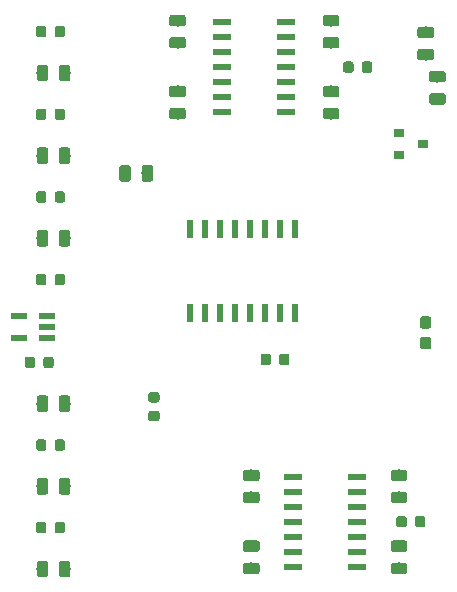
<source format=gbr>
G04 #@! TF.GenerationSoftware,KiCad,Pcbnew,5.0.0-rc3-unknown-14ce5182~65~ubuntu16.04.1*
G04 #@! TF.CreationDate,2018-07-31T19:28:55+01:00*
G04 #@! TF.ProjectId,test,746573742E6B696361645F7063620000,rev?*
G04 #@! TF.SameCoordinates,Original*
G04 #@! TF.FileFunction,Paste,Top*
G04 #@! TF.FilePolarity,Positive*
%FSLAX46Y46*%
G04 Gerber Fmt 4.6, Leading zero omitted, Abs format (unit mm)*
G04 Created by KiCad (PCBNEW 5.0.0-rc3-unknown-14ce5182~65~ubuntu16.04.1) date Tue Jul 31 19:28:55 2018*
%MOMM*%
%LPD*%
G01*
G04 APERTURE LIST*
%ADD10R,0.900000X0.800000*%
%ADD11C,0.100000*%
%ADD12C,0.975000*%
%ADD13C,0.875000*%
%ADD14R,1.500000X0.600000*%
%ADD15R,0.600000X1.500000*%
%ADD16C,0.950000*%
%ADD17R,1.390000X0.580000*%
G04 APERTURE END LIST*
D10*
G04 #@! TO.C,D1*
X181250000Y-64050000D03*
X181250000Y-65950000D03*
X183250000Y-65000000D03*
G04 #@! TD*
D11*
G04 #@! TO.C,R1*
G36*
X183980142Y-55076174D02*
X184003803Y-55079684D01*
X184027007Y-55085496D01*
X184049529Y-55093554D01*
X184071153Y-55103782D01*
X184091670Y-55116079D01*
X184110883Y-55130329D01*
X184128607Y-55146393D01*
X184144671Y-55164117D01*
X184158921Y-55183330D01*
X184171218Y-55203847D01*
X184181446Y-55225471D01*
X184189504Y-55247993D01*
X184195316Y-55271197D01*
X184198826Y-55294858D01*
X184200000Y-55318750D01*
X184200000Y-55806250D01*
X184198826Y-55830142D01*
X184195316Y-55853803D01*
X184189504Y-55877007D01*
X184181446Y-55899529D01*
X184171218Y-55921153D01*
X184158921Y-55941670D01*
X184144671Y-55960883D01*
X184128607Y-55978607D01*
X184110883Y-55994671D01*
X184091670Y-56008921D01*
X184071153Y-56021218D01*
X184049529Y-56031446D01*
X184027007Y-56039504D01*
X184003803Y-56045316D01*
X183980142Y-56048826D01*
X183956250Y-56050000D01*
X183043750Y-56050000D01*
X183019858Y-56048826D01*
X182996197Y-56045316D01*
X182972993Y-56039504D01*
X182950471Y-56031446D01*
X182928847Y-56021218D01*
X182908330Y-56008921D01*
X182889117Y-55994671D01*
X182871393Y-55978607D01*
X182855329Y-55960883D01*
X182841079Y-55941670D01*
X182828782Y-55921153D01*
X182818554Y-55899529D01*
X182810496Y-55877007D01*
X182804684Y-55853803D01*
X182801174Y-55830142D01*
X182800000Y-55806250D01*
X182800000Y-55318750D01*
X182801174Y-55294858D01*
X182804684Y-55271197D01*
X182810496Y-55247993D01*
X182818554Y-55225471D01*
X182828782Y-55203847D01*
X182841079Y-55183330D01*
X182855329Y-55164117D01*
X182871393Y-55146393D01*
X182889117Y-55130329D01*
X182908330Y-55116079D01*
X182928847Y-55103782D01*
X182950471Y-55093554D01*
X182972993Y-55085496D01*
X182996197Y-55079684D01*
X183019858Y-55076174D01*
X183043750Y-55075000D01*
X183956250Y-55075000D01*
X183980142Y-55076174D01*
X183980142Y-55076174D01*
G37*
D12*
X183500000Y-55562500D03*
D11*
G36*
X183980142Y-56951174D02*
X184003803Y-56954684D01*
X184027007Y-56960496D01*
X184049529Y-56968554D01*
X184071153Y-56978782D01*
X184091670Y-56991079D01*
X184110883Y-57005329D01*
X184128607Y-57021393D01*
X184144671Y-57039117D01*
X184158921Y-57058330D01*
X184171218Y-57078847D01*
X184181446Y-57100471D01*
X184189504Y-57122993D01*
X184195316Y-57146197D01*
X184198826Y-57169858D01*
X184200000Y-57193750D01*
X184200000Y-57681250D01*
X184198826Y-57705142D01*
X184195316Y-57728803D01*
X184189504Y-57752007D01*
X184181446Y-57774529D01*
X184171218Y-57796153D01*
X184158921Y-57816670D01*
X184144671Y-57835883D01*
X184128607Y-57853607D01*
X184110883Y-57869671D01*
X184091670Y-57883921D01*
X184071153Y-57896218D01*
X184049529Y-57906446D01*
X184027007Y-57914504D01*
X184003803Y-57920316D01*
X183980142Y-57923826D01*
X183956250Y-57925000D01*
X183043750Y-57925000D01*
X183019858Y-57923826D01*
X182996197Y-57920316D01*
X182972993Y-57914504D01*
X182950471Y-57906446D01*
X182928847Y-57896218D01*
X182908330Y-57883921D01*
X182889117Y-57869671D01*
X182871393Y-57853607D01*
X182855329Y-57835883D01*
X182841079Y-57816670D01*
X182828782Y-57796153D01*
X182818554Y-57774529D01*
X182810496Y-57752007D01*
X182804684Y-57728803D01*
X182801174Y-57705142D01*
X182800000Y-57681250D01*
X182800000Y-57193750D01*
X182801174Y-57169858D01*
X182804684Y-57146197D01*
X182810496Y-57122993D01*
X182818554Y-57100471D01*
X182828782Y-57078847D01*
X182841079Y-57058330D01*
X182855329Y-57039117D01*
X182871393Y-57021393D01*
X182889117Y-57005329D01*
X182908330Y-56991079D01*
X182928847Y-56978782D01*
X182950471Y-56968554D01*
X182972993Y-56960496D01*
X182996197Y-56954684D01*
X183019858Y-56951174D01*
X183043750Y-56950000D01*
X183956250Y-56950000D01*
X183980142Y-56951174D01*
X183980142Y-56951174D01*
G37*
D12*
X183500000Y-57437500D03*
G04 #@! TD*
D11*
G04 #@! TO.C,R2*
G36*
X184980142Y-60701174D02*
X185003803Y-60704684D01*
X185027007Y-60710496D01*
X185049529Y-60718554D01*
X185071153Y-60728782D01*
X185091670Y-60741079D01*
X185110883Y-60755329D01*
X185128607Y-60771393D01*
X185144671Y-60789117D01*
X185158921Y-60808330D01*
X185171218Y-60828847D01*
X185181446Y-60850471D01*
X185189504Y-60872993D01*
X185195316Y-60896197D01*
X185198826Y-60919858D01*
X185200000Y-60943750D01*
X185200000Y-61431250D01*
X185198826Y-61455142D01*
X185195316Y-61478803D01*
X185189504Y-61502007D01*
X185181446Y-61524529D01*
X185171218Y-61546153D01*
X185158921Y-61566670D01*
X185144671Y-61585883D01*
X185128607Y-61603607D01*
X185110883Y-61619671D01*
X185091670Y-61633921D01*
X185071153Y-61646218D01*
X185049529Y-61656446D01*
X185027007Y-61664504D01*
X185003803Y-61670316D01*
X184980142Y-61673826D01*
X184956250Y-61675000D01*
X184043750Y-61675000D01*
X184019858Y-61673826D01*
X183996197Y-61670316D01*
X183972993Y-61664504D01*
X183950471Y-61656446D01*
X183928847Y-61646218D01*
X183908330Y-61633921D01*
X183889117Y-61619671D01*
X183871393Y-61603607D01*
X183855329Y-61585883D01*
X183841079Y-61566670D01*
X183828782Y-61546153D01*
X183818554Y-61524529D01*
X183810496Y-61502007D01*
X183804684Y-61478803D01*
X183801174Y-61455142D01*
X183800000Y-61431250D01*
X183800000Y-60943750D01*
X183801174Y-60919858D01*
X183804684Y-60896197D01*
X183810496Y-60872993D01*
X183818554Y-60850471D01*
X183828782Y-60828847D01*
X183841079Y-60808330D01*
X183855329Y-60789117D01*
X183871393Y-60771393D01*
X183889117Y-60755329D01*
X183908330Y-60741079D01*
X183928847Y-60728782D01*
X183950471Y-60718554D01*
X183972993Y-60710496D01*
X183996197Y-60704684D01*
X184019858Y-60701174D01*
X184043750Y-60700000D01*
X184956250Y-60700000D01*
X184980142Y-60701174D01*
X184980142Y-60701174D01*
G37*
D12*
X184500000Y-61187500D03*
D11*
G36*
X184980142Y-58826174D02*
X185003803Y-58829684D01*
X185027007Y-58835496D01*
X185049529Y-58843554D01*
X185071153Y-58853782D01*
X185091670Y-58866079D01*
X185110883Y-58880329D01*
X185128607Y-58896393D01*
X185144671Y-58914117D01*
X185158921Y-58933330D01*
X185171218Y-58953847D01*
X185181446Y-58975471D01*
X185189504Y-58997993D01*
X185195316Y-59021197D01*
X185198826Y-59044858D01*
X185200000Y-59068750D01*
X185200000Y-59556250D01*
X185198826Y-59580142D01*
X185195316Y-59603803D01*
X185189504Y-59627007D01*
X185181446Y-59649529D01*
X185171218Y-59671153D01*
X185158921Y-59691670D01*
X185144671Y-59710883D01*
X185128607Y-59728607D01*
X185110883Y-59744671D01*
X185091670Y-59758921D01*
X185071153Y-59771218D01*
X185049529Y-59781446D01*
X185027007Y-59789504D01*
X185003803Y-59795316D01*
X184980142Y-59798826D01*
X184956250Y-59800000D01*
X184043750Y-59800000D01*
X184019858Y-59798826D01*
X183996197Y-59795316D01*
X183972993Y-59789504D01*
X183950471Y-59781446D01*
X183928847Y-59771218D01*
X183908330Y-59758921D01*
X183889117Y-59744671D01*
X183871393Y-59728607D01*
X183855329Y-59710883D01*
X183841079Y-59691670D01*
X183828782Y-59671153D01*
X183818554Y-59649529D01*
X183810496Y-59627007D01*
X183804684Y-59603803D01*
X183801174Y-59580142D01*
X183800000Y-59556250D01*
X183800000Y-59068750D01*
X183801174Y-59044858D01*
X183804684Y-59021197D01*
X183810496Y-58997993D01*
X183818554Y-58975471D01*
X183828782Y-58953847D01*
X183841079Y-58933330D01*
X183855329Y-58914117D01*
X183871393Y-58896393D01*
X183889117Y-58880329D01*
X183908330Y-58866079D01*
X183928847Y-58853782D01*
X183950471Y-58843554D01*
X183972993Y-58835496D01*
X183996197Y-58829684D01*
X184019858Y-58826174D01*
X184043750Y-58825000D01*
X184956250Y-58825000D01*
X184980142Y-58826174D01*
X184980142Y-58826174D01*
G37*
D12*
X184500000Y-59312500D03*
G04 #@! TD*
D11*
G04 #@! TO.C,R3*
G36*
X175980142Y-61951174D02*
X176003803Y-61954684D01*
X176027007Y-61960496D01*
X176049529Y-61968554D01*
X176071153Y-61978782D01*
X176091670Y-61991079D01*
X176110883Y-62005329D01*
X176128607Y-62021393D01*
X176144671Y-62039117D01*
X176158921Y-62058330D01*
X176171218Y-62078847D01*
X176181446Y-62100471D01*
X176189504Y-62122993D01*
X176195316Y-62146197D01*
X176198826Y-62169858D01*
X176200000Y-62193750D01*
X176200000Y-62681250D01*
X176198826Y-62705142D01*
X176195316Y-62728803D01*
X176189504Y-62752007D01*
X176181446Y-62774529D01*
X176171218Y-62796153D01*
X176158921Y-62816670D01*
X176144671Y-62835883D01*
X176128607Y-62853607D01*
X176110883Y-62869671D01*
X176091670Y-62883921D01*
X176071153Y-62896218D01*
X176049529Y-62906446D01*
X176027007Y-62914504D01*
X176003803Y-62920316D01*
X175980142Y-62923826D01*
X175956250Y-62925000D01*
X175043750Y-62925000D01*
X175019858Y-62923826D01*
X174996197Y-62920316D01*
X174972993Y-62914504D01*
X174950471Y-62906446D01*
X174928847Y-62896218D01*
X174908330Y-62883921D01*
X174889117Y-62869671D01*
X174871393Y-62853607D01*
X174855329Y-62835883D01*
X174841079Y-62816670D01*
X174828782Y-62796153D01*
X174818554Y-62774529D01*
X174810496Y-62752007D01*
X174804684Y-62728803D01*
X174801174Y-62705142D01*
X174800000Y-62681250D01*
X174800000Y-62193750D01*
X174801174Y-62169858D01*
X174804684Y-62146197D01*
X174810496Y-62122993D01*
X174818554Y-62100471D01*
X174828782Y-62078847D01*
X174841079Y-62058330D01*
X174855329Y-62039117D01*
X174871393Y-62021393D01*
X174889117Y-62005329D01*
X174908330Y-61991079D01*
X174928847Y-61978782D01*
X174950471Y-61968554D01*
X174972993Y-61960496D01*
X174996197Y-61954684D01*
X175019858Y-61951174D01*
X175043750Y-61950000D01*
X175956250Y-61950000D01*
X175980142Y-61951174D01*
X175980142Y-61951174D01*
G37*
D12*
X175500000Y-62437500D03*
D11*
G36*
X175980142Y-60076174D02*
X176003803Y-60079684D01*
X176027007Y-60085496D01*
X176049529Y-60093554D01*
X176071153Y-60103782D01*
X176091670Y-60116079D01*
X176110883Y-60130329D01*
X176128607Y-60146393D01*
X176144671Y-60164117D01*
X176158921Y-60183330D01*
X176171218Y-60203847D01*
X176181446Y-60225471D01*
X176189504Y-60247993D01*
X176195316Y-60271197D01*
X176198826Y-60294858D01*
X176200000Y-60318750D01*
X176200000Y-60806250D01*
X176198826Y-60830142D01*
X176195316Y-60853803D01*
X176189504Y-60877007D01*
X176181446Y-60899529D01*
X176171218Y-60921153D01*
X176158921Y-60941670D01*
X176144671Y-60960883D01*
X176128607Y-60978607D01*
X176110883Y-60994671D01*
X176091670Y-61008921D01*
X176071153Y-61021218D01*
X176049529Y-61031446D01*
X176027007Y-61039504D01*
X176003803Y-61045316D01*
X175980142Y-61048826D01*
X175956250Y-61050000D01*
X175043750Y-61050000D01*
X175019858Y-61048826D01*
X174996197Y-61045316D01*
X174972993Y-61039504D01*
X174950471Y-61031446D01*
X174928847Y-61021218D01*
X174908330Y-61008921D01*
X174889117Y-60994671D01*
X174871393Y-60978607D01*
X174855329Y-60960883D01*
X174841079Y-60941670D01*
X174828782Y-60921153D01*
X174818554Y-60899529D01*
X174810496Y-60877007D01*
X174804684Y-60853803D01*
X174801174Y-60830142D01*
X174800000Y-60806250D01*
X174800000Y-60318750D01*
X174801174Y-60294858D01*
X174804684Y-60271197D01*
X174810496Y-60247993D01*
X174818554Y-60225471D01*
X174828782Y-60203847D01*
X174841079Y-60183330D01*
X174855329Y-60164117D01*
X174871393Y-60146393D01*
X174889117Y-60130329D01*
X174908330Y-60116079D01*
X174928847Y-60103782D01*
X174950471Y-60093554D01*
X174972993Y-60085496D01*
X174996197Y-60079684D01*
X175019858Y-60076174D01*
X175043750Y-60075000D01*
X175956250Y-60075000D01*
X175980142Y-60076174D01*
X175980142Y-60076174D01*
G37*
D12*
X175500000Y-60562500D03*
G04 #@! TD*
D11*
G04 #@! TO.C,R4*
G36*
X181730142Y-98576174D02*
X181753803Y-98579684D01*
X181777007Y-98585496D01*
X181799529Y-98593554D01*
X181821153Y-98603782D01*
X181841670Y-98616079D01*
X181860883Y-98630329D01*
X181878607Y-98646393D01*
X181894671Y-98664117D01*
X181908921Y-98683330D01*
X181921218Y-98703847D01*
X181931446Y-98725471D01*
X181939504Y-98747993D01*
X181945316Y-98771197D01*
X181948826Y-98794858D01*
X181950000Y-98818750D01*
X181950000Y-99306250D01*
X181948826Y-99330142D01*
X181945316Y-99353803D01*
X181939504Y-99377007D01*
X181931446Y-99399529D01*
X181921218Y-99421153D01*
X181908921Y-99441670D01*
X181894671Y-99460883D01*
X181878607Y-99478607D01*
X181860883Y-99494671D01*
X181841670Y-99508921D01*
X181821153Y-99521218D01*
X181799529Y-99531446D01*
X181777007Y-99539504D01*
X181753803Y-99545316D01*
X181730142Y-99548826D01*
X181706250Y-99550000D01*
X180793750Y-99550000D01*
X180769858Y-99548826D01*
X180746197Y-99545316D01*
X180722993Y-99539504D01*
X180700471Y-99531446D01*
X180678847Y-99521218D01*
X180658330Y-99508921D01*
X180639117Y-99494671D01*
X180621393Y-99478607D01*
X180605329Y-99460883D01*
X180591079Y-99441670D01*
X180578782Y-99421153D01*
X180568554Y-99399529D01*
X180560496Y-99377007D01*
X180554684Y-99353803D01*
X180551174Y-99330142D01*
X180550000Y-99306250D01*
X180550000Y-98818750D01*
X180551174Y-98794858D01*
X180554684Y-98771197D01*
X180560496Y-98747993D01*
X180568554Y-98725471D01*
X180578782Y-98703847D01*
X180591079Y-98683330D01*
X180605329Y-98664117D01*
X180621393Y-98646393D01*
X180639117Y-98630329D01*
X180658330Y-98616079D01*
X180678847Y-98603782D01*
X180700471Y-98593554D01*
X180722993Y-98585496D01*
X180746197Y-98579684D01*
X180769858Y-98576174D01*
X180793750Y-98575000D01*
X181706250Y-98575000D01*
X181730142Y-98576174D01*
X181730142Y-98576174D01*
G37*
D12*
X181250000Y-99062500D03*
D11*
G36*
X181730142Y-100451174D02*
X181753803Y-100454684D01*
X181777007Y-100460496D01*
X181799529Y-100468554D01*
X181821153Y-100478782D01*
X181841670Y-100491079D01*
X181860883Y-100505329D01*
X181878607Y-100521393D01*
X181894671Y-100539117D01*
X181908921Y-100558330D01*
X181921218Y-100578847D01*
X181931446Y-100600471D01*
X181939504Y-100622993D01*
X181945316Y-100646197D01*
X181948826Y-100669858D01*
X181950000Y-100693750D01*
X181950000Y-101181250D01*
X181948826Y-101205142D01*
X181945316Y-101228803D01*
X181939504Y-101252007D01*
X181931446Y-101274529D01*
X181921218Y-101296153D01*
X181908921Y-101316670D01*
X181894671Y-101335883D01*
X181878607Y-101353607D01*
X181860883Y-101369671D01*
X181841670Y-101383921D01*
X181821153Y-101396218D01*
X181799529Y-101406446D01*
X181777007Y-101414504D01*
X181753803Y-101420316D01*
X181730142Y-101423826D01*
X181706250Y-101425000D01*
X180793750Y-101425000D01*
X180769858Y-101423826D01*
X180746197Y-101420316D01*
X180722993Y-101414504D01*
X180700471Y-101406446D01*
X180678847Y-101396218D01*
X180658330Y-101383921D01*
X180639117Y-101369671D01*
X180621393Y-101353607D01*
X180605329Y-101335883D01*
X180591079Y-101316670D01*
X180578782Y-101296153D01*
X180568554Y-101274529D01*
X180560496Y-101252007D01*
X180554684Y-101228803D01*
X180551174Y-101205142D01*
X180550000Y-101181250D01*
X180550000Y-100693750D01*
X180551174Y-100669858D01*
X180554684Y-100646197D01*
X180560496Y-100622993D01*
X180568554Y-100600471D01*
X180578782Y-100578847D01*
X180591079Y-100558330D01*
X180605329Y-100539117D01*
X180621393Y-100521393D01*
X180639117Y-100505329D01*
X180658330Y-100491079D01*
X180678847Y-100478782D01*
X180700471Y-100468554D01*
X180722993Y-100460496D01*
X180746197Y-100454684D01*
X180769858Y-100451174D01*
X180793750Y-100450000D01*
X181706250Y-100450000D01*
X181730142Y-100451174D01*
X181730142Y-100451174D01*
G37*
D12*
X181250000Y-100937500D03*
G04 #@! TD*
D11*
G04 #@! TO.C,R5*
G36*
X175980142Y-54076174D02*
X176003803Y-54079684D01*
X176027007Y-54085496D01*
X176049529Y-54093554D01*
X176071153Y-54103782D01*
X176091670Y-54116079D01*
X176110883Y-54130329D01*
X176128607Y-54146393D01*
X176144671Y-54164117D01*
X176158921Y-54183330D01*
X176171218Y-54203847D01*
X176181446Y-54225471D01*
X176189504Y-54247993D01*
X176195316Y-54271197D01*
X176198826Y-54294858D01*
X176200000Y-54318750D01*
X176200000Y-54806250D01*
X176198826Y-54830142D01*
X176195316Y-54853803D01*
X176189504Y-54877007D01*
X176181446Y-54899529D01*
X176171218Y-54921153D01*
X176158921Y-54941670D01*
X176144671Y-54960883D01*
X176128607Y-54978607D01*
X176110883Y-54994671D01*
X176091670Y-55008921D01*
X176071153Y-55021218D01*
X176049529Y-55031446D01*
X176027007Y-55039504D01*
X176003803Y-55045316D01*
X175980142Y-55048826D01*
X175956250Y-55050000D01*
X175043750Y-55050000D01*
X175019858Y-55048826D01*
X174996197Y-55045316D01*
X174972993Y-55039504D01*
X174950471Y-55031446D01*
X174928847Y-55021218D01*
X174908330Y-55008921D01*
X174889117Y-54994671D01*
X174871393Y-54978607D01*
X174855329Y-54960883D01*
X174841079Y-54941670D01*
X174828782Y-54921153D01*
X174818554Y-54899529D01*
X174810496Y-54877007D01*
X174804684Y-54853803D01*
X174801174Y-54830142D01*
X174800000Y-54806250D01*
X174800000Y-54318750D01*
X174801174Y-54294858D01*
X174804684Y-54271197D01*
X174810496Y-54247993D01*
X174818554Y-54225471D01*
X174828782Y-54203847D01*
X174841079Y-54183330D01*
X174855329Y-54164117D01*
X174871393Y-54146393D01*
X174889117Y-54130329D01*
X174908330Y-54116079D01*
X174928847Y-54103782D01*
X174950471Y-54093554D01*
X174972993Y-54085496D01*
X174996197Y-54079684D01*
X175019858Y-54076174D01*
X175043750Y-54075000D01*
X175956250Y-54075000D01*
X175980142Y-54076174D01*
X175980142Y-54076174D01*
G37*
D12*
X175500000Y-54562500D03*
D11*
G36*
X175980142Y-55951174D02*
X176003803Y-55954684D01*
X176027007Y-55960496D01*
X176049529Y-55968554D01*
X176071153Y-55978782D01*
X176091670Y-55991079D01*
X176110883Y-56005329D01*
X176128607Y-56021393D01*
X176144671Y-56039117D01*
X176158921Y-56058330D01*
X176171218Y-56078847D01*
X176181446Y-56100471D01*
X176189504Y-56122993D01*
X176195316Y-56146197D01*
X176198826Y-56169858D01*
X176200000Y-56193750D01*
X176200000Y-56681250D01*
X176198826Y-56705142D01*
X176195316Y-56728803D01*
X176189504Y-56752007D01*
X176181446Y-56774529D01*
X176171218Y-56796153D01*
X176158921Y-56816670D01*
X176144671Y-56835883D01*
X176128607Y-56853607D01*
X176110883Y-56869671D01*
X176091670Y-56883921D01*
X176071153Y-56896218D01*
X176049529Y-56906446D01*
X176027007Y-56914504D01*
X176003803Y-56920316D01*
X175980142Y-56923826D01*
X175956250Y-56925000D01*
X175043750Y-56925000D01*
X175019858Y-56923826D01*
X174996197Y-56920316D01*
X174972993Y-56914504D01*
X174950471Y-56906446D01*
X174928847Y-56896218D01*
X174908330Y-56883921D01*
X174889117Y-56869671D01*
X174871393Y-56853607D01*
X174855329Y-56835883D01*
X174841079Y-56816670D01*
X174828782Y-56796153D01*
X174818554Y-56774529D01*
X174810496Y-56752007D01*
X174804684Y-56728803D01*
X174801174Y-56705142D01*
X174800000Y-56681250D01*
X174800000Y-56193750D01*
X174801174Y-56169858D01*
X174804684Y-56146197D01*
X174810496Y-56122993D01*
X174818554Y-56100471D01*
X174828782Y-56078847D01*
X174841079Y-56058330D01*
X174855329Y-56039117D01*
X174871393Y-56021393D01*
X174889117Y-56005329D01*
X174908330Y-55991079D01*
X174928847Y-55978782D01*
X174950471Y-55968554D01*
X174972993Y-55960496D01*
X174996197Y-55954684D01*
X175019858Y-55951174D01*
X175043750Y-55950000D01*
X175956250Y-55950000D01*
X175980142Y-55951174D01*
X175980142Y-55951174D01*
G37*
D12*
X175500000Y-56437500D03*
G04 #@! TD*
D11*
G04 #@! TO.C,R6*
G36*
X162980142Y-55951174D02*
X163003803Y-55954684D01*
X163027007Y-55960496D01*
X163049529Y-55968554D01*
X163071153Y-55978782D01*
X163091670Y-55991079D01*
X163110883Y-56005329D01*
X163128607Y-56021393D01*
X163144671Y-56039117D01*
X163158921Y-56058330D01*
X163171218Y-56078847D01*
X163181446Y-56100471D01*
X163189504Y-56122993D01*
X163195316Y-56146197D01*
X163198826Y-56169858D01*
X163200000Y-56193750D01*
X163200000Y-56681250D01*
X163198826Y-56705142D01*
X163195316Y-56728803D01*
X163189504Y-56752007D01*
X163181446Y-56774529D01*
X163171218Y-56796153D01*
X163158921Y-56816670D01*
X163144671Y-56835883D01*
X163128607Y-56853607D01*
X163110883Y-56869671D01*
X163091670Y-56883921D01*
X163071153Y-56896218D01*
X163049529Y-56906446D01*
X163027007Y-56914504D01*
X163003803Y-56920316D01*
X162980142Y-56923826D01*
X162956250Y-56925000D01*
X162043750Y-56925000D01*
X162019858Y-56923826D01*
X161996197Y-56920316D01*
X161972993Y-56914504D01*
X161950471Y-56906446D01*
X161928847Y-56896218D01*
X161908330Y-56883921D01*
X161889117Y-56869671D01*
X161871393Y-56853607D01*
X161855329Y-56835883D01*
X161841079Y-56816670D01*
X161828782Y-56796153D01*
X161818554Y-56774529D01*
X161810496Y-56752007D01*
X161804684Y-56728803D01*
X161801174Y-56705142D01*
X161800000Y-56681250D01*
X161800000Y-56193750D01*
X161801174Y-56169858D01*
X161804684Y-56146197D01*
X161810496Y-56122993D01*
X161818554Y-56100471D01*
X161828782Y-56078847D01*
X161841079Y-56058330D01*
X161855329Y-56039117D01*
X161871393Y-56021393D01*
X161889117Y-56005329D01*
X161908330Y-55991079D01*
X161928847Y-55978782D01*
X161950471Y-55968554D01*
X161972993Y-55960496D01*
X161996197Y-55954684D01*
X162019858Y-55951174D01*
X162043750Y-55950000D01*
X162956250Y-55950000D01*
X162980142Y-55951174D01*
X162980142Y-55951174D01*
G37*
D12*
X162500000Y-56437500D03*
D11*
G36*
X162980142Y-54076174D02*
X163003803Y-54079684D01*
X163027007Y-54085496D01*
X163049529Y-54093554D01*
X163071153Y-54103782D01*
X163091670Y-54116079D01*
X163110883Y-54130329D01*
X163128607Y-54146393D01*
X163144671Y-54164117D01*
X163158921Y-54183330D01*
X163171218Y-54203847D01*
X163181446Y-54225471D01*
X163189504Y-54247993D01*
X163195316Y-54271197D01*
X163198826Y-54294858D01*
X163200000Y-54318750D01*
X163200000Y-54806250D01*
X163198826Y-54830142D01*
X163195316Y-54853803D01*
X163189504Y-54877007D01*
X163181446Y-54899529D01*
X163171218Y-54921153D01*
X163158921Y-54941670D01*
X163144671Y-54960883D01*
X163128607Y-54978607D01*
X163110883Y-54994671D01*
X163091670Y-55008921D01*
X163071153Y-55021218D01*
X163049529Y-55031446D01*
X163027007Y-55039504D01*
X163003803Y-55045316D01*
X162980142Y-55048826D01*
X162956250Y-55050000D01*
X162043750Y-55050000D01*
X162019858Y-55048826D01*
X161996197Y-55045316D01*
X161972993Y-55039504D01*
X161950471Y-55031446D01*
X161928847Y-55021218D01*
X161908330Y-55008921D01*
X161889117Y-54994671D01*
X161871393Y-54978607D01*
X161855329Y-54960883D01*
X161841079Y-54941670D01*
X161828782Y-54921153D01*
X161818554Y-54899529D01*
X161810496Y-54877007D01*
X161804684Y-54853803D01*
X161801174Y-54830142D01*
X161800000Y-54806250D01*
X161800000Y-54318750D01*
X161801174Y-54294858D01*
X161804684Y-54271197D01*
X161810496Y-54247993D01*
X161818554Y-54225471D01*
X161828782Y-54203847D01*
X161841079Y-54183330D01*
X161855329Y-54164117D01*
X161871393Y-54146393D01*
X161889117Y-54130329D01*
X161908330Y-54116079D01*
X161928847Y-54103782D01*
X161950471Y-54093554D01*
X161972993Y-54085496D01*
X161996197Y-54079684D01*
X162019858Y-54076174D01*
X162043750Y-54075000D01*
X162956250Y-54075000D01*
X162980142Y-54076174D01*
X162980142Y-54076174D01*
G37*
D12*
X162500000Y-54562500D03*
G04 #@! TD*
D11*
G04 #@! TO.C,R7*
G36*
X162980142Y-60076174D02*
X163003803Y-60079684D01*
X163027007Y-60085496D01*
X163049529Y-60093554D01*
X163071153Y-60103782D01*
X163091670Y-60116079D01*
X163110883Y-60130329D01*
X163128607Y-60146393D01*
X163144671Y-60164117D01*
X163158921Y-60183330D01*
X163171218Y-60203847D01*
X163181446Y-60225471D01*
X163189504Y-60247993D01*
X163195316Y-60271197D01*
X163198826Y-60294858D01*
X163200000Y-60318750D01*
X163200000Y-60806250D01*
X163198826Y-60830142D01*
X163195316Y-60853803D01*
X163189504Y-60877007D01*
X163181446Y-60899529D01*
X163171218Y-60921153D01*
X163158921Y-60941670D01*
X163144671Y-60960883D01*
X163128607Y-60978607D01*
X163110883Y-60994671D01*
X163091670Y-61008921D01*
X163071153Y-61021218D01*
X163049529Y-61031446D01*
X163027007Y-61039504D01*
X163003803Y-61045316D01*
X162980142Y-61048826D01*
X162956250Y-61050000D01*
X162043750Y-61050000D01*
X162019858Y-61048826D01*
X161996197Y-61045316D01*
X161972993Y-61039504D01*
X161950471Y-61031446D01*
X161928847Y-61021218D01*
X161908330Y-61008921D01*
X161889117Y-60994671D01*
X161871393Y-60978607D01*
X161855329Y-60960883D01*
X161841079Y-60941670D01*
X161828782Y-60921153D01*
X161818554Y-60899529D01*
X161810496Y-60877007D01*
X161804684Y-60853803D01*
X161801174Y-60830142D01*
X161800000Y-60806250D01*
X161800000Y-60318750D01*
X161801174Y-60294858D01*
X161804684Y-60271197D01*
X161810496Y-60247993D01*
X161818554Y-60225471D01*
X161828782Y-60203847D01*
X161841079Y-60183330D01*
X161855329Y-60164117D01*
X161871393Y-60146393D01*
X161889117Y-60130329D01*
X161908330Y-60116079D01*
X161928847Y-60103782D01*
X161950471Y-60093554D01*
X161972993Y-60085496D01*
X161996197Y-60079684D01*
X162019858Y-60076174D01*
X162043750Y-60075000D01*
X162956250Y-60075000D01*
X162980142Y-60076174D01*
X162980142Y-60076174D01*
G37*
D12*
X162500000Y-60562500D03*
D11*
G36*
X162980142Y-61951174D02*
X163003803Y-61954684D01*
X163027007Y-61960496D01*
X163049529Y-61968554D01*
X163071153Y-61978782D01*
X163091670Y-61991079D01*
X163110883Y-62005329D01*
X163128607Y-62021393D01*
X163144671Y-62039117D01*
X163158921Y-62058330D01*
X163171218Y-62078847D01*
X163181446Y-62100471D01*
X163189504Y-62122993D01*
X163195316Y-62146197D01*
X163198826Y-62169858D01*
X163200000Y-62193750D01*
X163200000Y-62681250D01*
X163198826Y-62705142D01*
X163195316Y-62728803D01*
X163189504Y-62752007D01*
X163181446Y-62774529D01*
X163171218Y-62796153D01*
X163158921Y-62816670D01*
X163144671Y-62835883D01*
X163128607Y-62853607D01*
X163110883Y-62869671D01*
X163091670Y-62883921D01*
X163071153Y-62896218D01*
X163049529Y-62906446D01*
X163027007Y-62914504D01*
X163003803Y-62920316D01*
X162980142Y-62923826D01*
X162956250Y-62925000D01*
X162043750Y-62925000D01*
X162019858Y-62923826D01*
X161996197Y-62920316D01*
X161972993Y-62914504D01*
X161950471Y-62906446D01*
X161928847Y-62896218D01*
X161908330Y-62883921D01*
X161889117Y-62869671D01*
X161871393Y-62853607D01*
X161855329Y-62835883D01*
X161841079Y-62816670D01*
X161828782Y-62796153D01*
X161818554Y-62774529D01*
X161810496Y-62752007D01*
X161804684Y-62728803D01*
X161801174Y-62705142D01*
X161800000Y-62681250D01*
X161800000Y-62193750D01*
X161801174Y-62169858D01*
X161804684Y-62146197D01*
X161810496Y-62122993D01*
X161818554Y-62100471D01*
X161828782Y-62078847D01*
X161841079Y-62058330D01*
X161855329Y-62039117D01*
X161871393Y-62021393D01*
X161889117Y-62005329D01*
X161908330Y-61991079D01*
X161928847Y-61978782D01*
X161950471Y-61968554D01*
X161972993Y-61960496D01*
X161996197Y-61954684D01*
X162019858Y-61951174D01*
X162043750Y-61950000D01*
X162956250Y-61950000D01*
X162980142Y-61951174D01*
X162980142Y-61951174D01*
G37*
D12*
X162500000Y-62437500D03*
G04 #@! TD*
D11*
G04 #@! TO.C,R8*
G36*
X181730142Y-94451174D02*
X181753803Y-94454684D01*
X181777007Y-94460496D01*
X181799529Y-94468554D01*
X181821153Y-94478782D01*
X181841670Y-94491079D01*
X181860883Y-94505329D01*
X181878607Y-94521393D01*
X181894671Y-94539117D01*
X181908921Y-94558330D01*
X181921218Y-94578847D01*
X181931446Y-94600471D01*
X181939504Y-94622993D01*
X181945316Y-94646197D01*
X181948826Y-94669858D01*
X181950000Y-94693750D01*
X181950000Y-95181250D01*
X181948826Y-95205142D01*
X181945316Y-95228803D01*
X181939504Y-95252007D01*
X181931446Y-95274529D01*
X181921218Y-95296153D01*
X181908921Y-95316670D01*
X181894671Y-95335883D01*
X181878607Y-95353607D01*
X181860883Y-95369671D01*
X181841670Y-95383921D01*
X181821153Y-95396218D01*
X181799529Y-95406446D01*
X181777007Y-95414504D01*
X181753803Y-95420316D01*
X181730142Y-95423826D01*
X181706250Y-95425000D01*
X180793750Y-95425000D01*
X180769858Y-95423826D01*
X180746197Y-95420316D01*
X180722993Y-95414504D01*
X180700471Y-95406446D01*
X180678847Y-95396218D01*
X180658330Y-95383921D01*
X180639117Y-95369671D01*
X180621393Y-95353607D01*
X180605329Y-95335883D01*
X180591079Y-95316670D01*
X180578782Y-95296153D01*
X180568554Y-95274529D01*
X180560496Y-95252007D01*
X180554684Y-95228803D01*
X180551174Y-95205142D01*
X180550000Y-95181250D01*
X180550000Y-94693750D01*
X180551174Y-94669858D01*
X180554684Y-94646197D01*
X180560496Y-94622993D01*
X180568554Y-94600471D01*
X180578782Y-94578847D01*
X180591079Y-94558330D01*
X180605329Y-94539117D01*
X180621393Y-94521393D01*
X180639117Y-94505329D01*
X180658330Y-94491079D01*
X180678847Y-94478782D01*
X180700471Y-94468554D01*
X180722993Y-94460496D01*
X180746197Y-94454684D01*
X180769858Y-94451174D01*
X180793750Y-94450000D01*
X181706250Y-94450000D01*
X181730142Y-94451174D01*
X181730142Y-94451174D01*
G37*
D12*
X181250000Y-94937500D03*
D11*
G36*
X181730142Y-92576174D02*
X181753803Y-92579684D01*
X181777007Y-92585496D01*
X181799529Y-92593554D01*
X181821153Y-92603782D01*
X181841670Y-92616079D01*
X181860883Y-92630329D01*
X181878607Y-92646393D01*
X181894671Y-92664117D01*
X181908921Y-92683330D01*
X181921218Y-92703847D01*
X181931446Y-92725471D01*
X181939504Y-92747993D01*
X181945316Y-92771197D01*
X181948826Y-92794858D01*
X181950000Y-92818750D01*
X181950000Y-93306250D01*
X181948826Y-93330142D01*
X181945316Y-93353803D01*
X181939504Y-93377007D01*
X181931446Y-93399529D01*
X181921218Y-93421153D01*
X181908921Y-93441670D01*
X181894671Y-93460883D01*
X181878607Y-93478607D01*
X181860883Y-93494671D01*
X181841670Y-93508921D01*
X181821153Y-93521218D01*
X181799529Y-93531446D01*
X181777007Y-93539504D01*
X181753803Y-93545316D01*
X181730142Y-93548826D01*
X181706250Y-93550000D01*
X180793750Y-93550000D01*
X180769858Y-93548826D01*
X180746197Y-93545316D01*
X180722993Y-93539504D01*
X180700471Y-93531446D01*
X180678847Y-93521218D01*
X180658330Y-93508921D01*
X180639117Y-93494671D01*
X180621393Y-93478607D01*
X180605329Y-93460883D01*
X180591079Y-93441670D01*
X180578782Y-93421153D01*
X180568554Y-93399529D01*
X180560496Y-93377007D01*
X180554684Y-93353803D01*
X180551174Y-93330142D01*
X180550000Y-93306250D01*
X180550000Y-92818750D01*
X180551174Y-92794858D01*
X180554684Y-92771197D01*
X180560496Y-92747993D01*
X180568554Y-92725471D01*
X180578782Y-92703847D01*
X180591079Y-92683330D01*
X180605329Y-92664117D01*
X180621393Y-92646393D01*
X180639117Y-92630329D01*
X180658330Y-92616079D01*
X180678847Y-92603782D01*
X180700471Y-92593554D01*
X180722993Y-92585496D01*
X180746197Y-92579684D01*
X180769858Y-92576174D01*
X180793750Y-92575000D01*
X181706250Y-92575000D01*
X181730142Y-92576174D01*
X181730142Y-92576174D01*
G37*
D12*
X181250000Y-93062500D03*
G04 #@! TD*
D11*
G04 #@! TO.C,R9*
G36*
X169230142Y-98576174D02*
X169253803Y-98579684D01*
X169277007Y-98585496D01*
X169299529Y-98593554D01*
X169321153Y-98603782D01*
X169341670Y-98616079D01*
X169360883Y-98630329D01*
X169378607Y-98646393D01*
X169394671Y-98664117D01*
X169408921Y-98683330D01*
X169421218Y-98703847D01*
X169431446Y-98725471D01*
X169439504Y-98747993D01*
X169445316Y-98771197D01*
X169448826Y-98794858D01*
X169450000Y-98818750D01*
X169450000Y-99306250D01*
X169448826Y-99330142D01*
X169445316Y-99353803D01*
X169439504Y-99377007D01*
X169431446Y-99399529D01*
X169421218Y-99421153D01*
X169408921Y-99441670D01*
X169394671Y-99460883D01*
X169378607Y-99478607D01*
X169360883Y-99494671D01*
X169341670Y-99508921D01*
X169321153Y-99521218D01*
X169299529Y-99531446D01*
X169277007Y-99539504D01*
X169253803Y-99545316D01*
X169230142Y-99548826D01*
X169206250Y-99550000D01*
X168293750Y-99550000D01*
X168269858Y-99548826D01*
X168246197Y-99545316D01*
X168222993Y-99539504D01*
X168200471Y-99531446D01*
X168178847Y-99521218D01*
X168158330Y-99508921D01*
X168139117Y-99494671D01*
X168121393Y-99478607D01*
X168105329Y-99460883D01*
X168091079Y-99441670D01*
X168078782Y-99421153D01*
X168068554Y-99399529D01*
X168060496Y-99377007D01*
X168054684Y-99353803D01*
X168051174Y-99330142D01*
X168050000Y-99306250D01*
X168050000Y-98818750D01*
X168051174Y-98794858D01*
X168054684Y-98771197D01*
X168060496Y-98747993D01*
X168068554Y-98725471D01*
X168078782Y-98703847D01*
X168091079Y-98683330D01*
X168105329Y-98664117D01*
X168121393Y-98646393D01*
X168139117Y-98630329D01*
X168158330Y-98616079D01*
X168178847Y-98603782D01*
X168200471Y-98593554D01*
X168222993Y-98585496D01*
X168246197Y-98579684D01*
X168269858Y-98576174D01*
X168293750Y-98575000D01*
X169206250Y-98575000D01*
X169230142Y-98576174D01*
X169230142Y-98576174D01*
G37*
D12*
X168750000Y-99062500D03*
D11*
G36*
X169230142Y-100451174D02*
X169253803Y-100454684D01*
X169277007Y-100460496D01*
X169299529Y-100468554D01*
X169321153Y-100478782D01*
X169341670Y-100491079D01*
X169360883Y-100505329D01*
X169378607Y-100521393D01*
X169394671Y-100539117D01*
X169408921Y-100558330D01*
X169421218Y-100578847D01*
X169431446Y-100600471D01*
X169439504Y-100622993D01*
X169445316Y-100646197D01*
X169448826Y-100669858D01*
X169450000Y-100693750D01*
X169450000Y-101181250D01*
X169448826Y-101205142D01*
X169445316Y-101228803D01*
X169439504Y-101252007D01*
X169431446Y-101274529D01*
X169421218Y-101296153D01*
X169408921Y-101316670D01*
X169394671Y-101335883D01*
X169378607Y-101353607D01*
X169360883Y-101369671D01*
X169341670Y-101383921D01*
X169321153Y-101396218D01*
X169299529Y-101406446D01*
X169277007Y-101414504D01*
X169253803Y-101420316D01*
X169230142Y-101423826D01*
X169206250Y-101425000D01*
X168293750Y-101425000D01*
X168269858Y-101423826D01*
X168246197Y-101420316D01*
X168222993Y-101414504D01*
X168200471Y-101406446D01*
X168178847Y-101396218D01*
X168158330Y-101383921D01*
X168139117Y-101369671D01*
X168121393Y-101353607D01*
X168105329Y-101335883D01*
X168091079Y-101316670D01*
X168078782Y-101296153D01*
X168068554Y-101274529D01*
X168060496Y-101252007D01*
X168054684Y-101228803D01*
X168051174Y-101205142D01*
X168050000Y-101181250D01*
X168050000Y-100693750D01*
X168051174Y-100669858D01*
X168054684Y-100646197D01*
X168060496Y-100622993D01*
X168068554Y-100600471D01*
X168078782Y-100578847D01*
X168091079Y-100558330D01*
X168105329Y-100539117D01*
X168121393Y-100521393D01*
X168139117Y-100505329D01*
X168158330Y-100491079D01*
X168178847Y-100478782D01*
X168200471Y-100468554D01*
X168222993Y-100460496D01*
X168246197Y-100454684D01*
X168269858Y-100451174D01*
X168293750Y-100450000D01*
X169206250Y-100450000D01*
X169230142Y-100451174D01*
X169230142Y-100451174D01*
G37*
D12*
X168750000Y-100937500D03*
G04 #@! TD*
D11*
G04 #@! TO.C,R10*
G36*
X169230142Y-94451174D02*
X169253803Y-94454684D01*
X169277007Y-94460496D01*
X169299529Y-94468554D01*
X169321153Y-94478782D01*
X169341670Y-94491079D01*
X169360883Y-94505329D01*
X169378607Y-94521393D01*
X169394671Y-94539117D01*
X169408921Y-94558330D01*
X169421218Y-94578847D01*
X169431446Y-94600471D01*
X169439504Y-94622993D01*
X169445316Y-94646197D01*
X169448826Y-94669858D01*
X169450000Y-94693750D01*
X169450000Y-95181250D01*
X169448826Y-95205142D01*
X169445316Y-95228803D01*
X169439504Y-95252007D01*
X169431446Y-95274529D01*
X169421218Y-95296153D01*
X169408921Y-95316670D01*
X169394671Y-95335883D01*
X169378607Y-95353607D01*
X169360883Y-95369671D01*
X169341670Y-95383921D01*
X169321153Y-95396218D01*
X169299529Y-95406446D01*
X169277007Y-95414504D01*
X169253803Y-95420316D01*
X169230142Y-95423826D01*
X169206250Y-95425000D01*
X168293750Y-95425000D01*
X168269858Y-95423826D01*
X168246197Y-95420316D01*
X168222993Y-95414504D01*
X168200471Y-95406446D01*
X168178847Y-95396218D01*
X168158330Y-95383921D01*
X168139117Y-95369671D01*
X168121393Y-95353607D01*
X168105329Y-95335883D01*
X168091079Y-95316670D01*
X168078782Y-95296153D01*
X168068554Y-95274529D01*
X168060496Y-95252007D01*
X168054684Y-95228803D01*
X168051174Y-95205142D01*
X168050000Y-95181250D01*
X168050000Y-94693750D01*
X168051174Y-94669858D01*
X168054684Y-94646197D01*
X168060496Y-94622993D01*
X168068554Y-94600471D01*
X168078782Y-94578847D01*
X168091079Y-94558330D01*
X168105329Y-94539117D01*
X168121393Y-94521393D01*
X168139117Y-94505329D01*
X168158330Y-94491079D01*
X168178847Y-94478782D01*
X168200471Y-94468554D01*
X168222993Y-94460496D01*
X168246197Y-94454684D01*
X168269858Y-94451174D01*
X168293750Y-94450000D01*
X169206250Y-94450000D01*
X169230142Y-94451174D01*
X169230142Y-94451174D01*
G37*
D12*
X168750000Y-94937500D03*
D11*
G36*
X169230142Y-92576174D02*
X169253803Y-92579684D01*
X169277007Y-92585496D01*
X169299529Y-92593554D01*
X169321153Y-92603782D01*
X169341670Y-92616079D01*
X169360883Y-92630329D01*
X169378607Y-92646393D01*
X169394671Y-92664117D01*
X169408921Y-92683330D01*
X169421218Y-92703847D01*
X169431446Y-92725471D01*
X169439504Y-92747993D01*
X169445316Y-92771197D01*
X169448826Y-92794858D01*
X169450000Y-92818750D01*
X169450000Y-93306250D01*
X169448826Y-93330142D01*
X169445316Y-93353803D01*
X169439504Y-93377007D01*
X169431446Y-93399529D01*
X169421218Y-93421153D01*
X169408921Y-93441670D01*
X169394671Y-93460883D01*
X169378607Y-93478607D01*
X169360883Y-93494671D01*
X169341670Y-93508921D01*
X169321153Y-93521218D01*
X169299529Y-93531446D01*
X169277007Y-93539504D01*
X169253803Y-93545316D01*
X169230142Y-93548826D01*
X169206250Y-93550000D01*
X168293750Y-93550000D01*
X168269858Y-93548826D01*
X168246197Y-93545316D01*
X168222993Y-93539504D01*
X168200471Y-93531446D01*
X168178847Y-93521218D01*
X168158330Y-93508921D01*
X168139117Y-93494671D01*
X168121393Y-93478607D01*
X168105329Y-93460883D01*
X168091079Y-93441670D01*
X168078782Y-93421153D01*
X168068554Y-93399529D01*
X168060496Y-93377007D01*
X168054684Y-93353803D01*
X168051174Y-93330142D01*
X168050000Y-93306250D01*
X168050000Y-92818750D01*
X168051174Y-92794858D01*
X168054684Y-92771197D01*
X168060496Y-92747993D01*
X168068554Y-92725471D01*
X168078782Y-92703847D01*
X168091079Y-92683330D01*
X168105329Y-92664117D01*
X168121393Y-92646393D01*
X168139117Y-92630329D01*
X168158330Y-92616079D01*
X168178847Y-92603782D01*
X168200471Y-92593554D01*
X168222993Y-92585496D01*
X168246197Y-92579684D01*
X168269858Y-92576174D01*
X168293750Y-92575000D01*
X169206250Y-92575000D01*
X169230142Y-92576174D01*
X169230142Y-92576174D01*
G37*
D12*
X168750000Y-93062500D03*
G04 #@! TD*
D11*
G04 #@! TO.C,R11*
G36*
X151330142Y-58301174D02*
X151353803Y-58304684D01*
X151377007Y-58310496D01*
X151399529Y-58318554D01*
X151421153Y-58328782D01*
X151441670Y-58341079D01*
X151460883Y-58355329D01*
X151478607Y-58371393D01*
X151494671Y-58389117D01*
X151508921Y-58408330D01*
X151521218Y-58428847D01*
X151531446Y-58450471D01*
X151539504Y-58472993D01*
X151545316Y-58496197D01*
X151548826Y-58519858D01*
X151550000Y-58543750D01*
X151550000Y-59456250D01*
X151548826Y-59480142D01*
X151545316Y-59503803D01*
X151539504Y-59527007D01*
X151531446Y-59549529D01*
X151521218Y-59571153D01*
X151508921Y-59591670D01*
X151494671Y-59610883D01*
X151478607Y-59628607D01*
X151460883Y-59644671D01*
X151441670Y-59658921D01*
X151421153Y-59671218D01*
X151399529Y-59681446D01*
X151377007Y-59689504D01*
X151353803Y-59695316D01*
X151330142Y-59698826D01*
X151306250Y-59700000D01*
X150818750Y-59700000D01*
X150794858Y-59698826D01*
X150771197Y-59695316D01*
X150747993Y-59689504D01*
X150725471Y-59681446D01*
X150703847Y-59671218D01*
X150683330Y-59658921D01*
X150664117Y-59644671D01*
X150646393Y-59628607D01*
X150630329Y-59610883D01*
X150616079Y-59591670D01*
X150603782Y-59571153D01*
X150593554Y-59549529D01*
X150585496Y-59527007D01*
X150579684Y-59503803D01*
X150576174Y-59480142D01*
X150575000Y-59456250D01*
X150575000Y-58543750D01*
X150576174Y-58519858D01*
X150579684Y-58496197D01*
X150585496Y-58472993D01*
X150593554Y-58450471D01*
X150603782Y-58428847D01*
X150616079Y-58408330D01*
X150630329Y-58389117D01*
X150646393Y-58371393D01*
X150664117Y-58355329D01*
X150683330Y-58341079D01*
X150703847Y-58328782D01*
X150725471Y-58318554D01*
X150747993Y-58310496D01*
X150771197Y-58304684D01*
X150794858Y-58301174D01*
X150818750Y-58300000D01*
X151306250Y-58300000D01*
X151330142Y-58301174D01*
X151330142Y-58301174D01*
G37*
D12*
X151062500Y-59000000D03*
D11*
G36*
X153205142Y-58301174D02*
X153228803Y-58304684D01*
X153252007Y-58310496D01*
X153274529Y-58318554D01*
X153296153Y-58328782D01*
X153316670Y-58341079D01*
X153335883Y-58355329D01*
X153353607Y-58371393D01*
X153369671Y-58389117D01*
X153383921Y-58408330D01*
X153396218Y-58428847D01*
X153406446Y-58450471D01*
X153414504Y-58472993D01*
X153420316Y-58496197D01*
X153423826Y-58519858D01*
X153425000Y-58543750D01*
X153425000Y-59456250D01*
X153423826Y-59480142D01*
X153420316Y-59503803D01*
X153414504Y-59527007D01*
X153406446Y-59549529D01*
X153396218Y-59571153D01*
X153383921Y-59591670D01*
X153369671Y-59610883D01*
X153353607Y-59628607D01*
X153335883Y-59644671D01*
X153316670Y-59658921D01*
X153296153Y-59671218D01*
X153274529Y-59681446D01*
X153252007Y-59689504D01*
X153228803Y-59695316D01*
X153205142Y-59698826D01*
X153181250Y-59700000D01*
X152693750Y-59700000D01*
X152669858Y-59698826D01*
X152646197Y-59695316D01*
X152622993Y-59689504D01*
X152600471Y-59681446D01*
X152578847Y-59671218D01*
X152558330Y-59658921D01*
X152539117Y-59644671D01*
X152521393Y-59628607D01*
X152505329Y-59610883D01*
X152491079Y-59591670D01*
X152478782Y-59571153D01*
X152468554Y-59549529D01*
X152460496Y-59527007D01*
X152454684Y-59503803D01*
X152451174Y-59480142D01*
X152450000Y-59456250D01*
X152450000Y-58543750D01*
X152451174Y-58519858D01*
X152454684Y-58496197D01*
X152460496Y-58472993D01*
X152468554Y-58450471D01*
X152478782Y-58428847D01*
X152491079Y-58408330D01*
X152505329Y-58389117D01*
X152521393Y-58371393D01*
X152539117Y-58355329D01*
X152558330Y-58341079D01*
X152578847Y-58328782D01*
X152600471Y-58318554D01*
X152622993Y-58310496D01*
X152646197Y-58304684D01*
X152669858Y-58301174D01*
X152693750Y-58300000D01*
X153181250Y-58300000D01*
X153205142Y-58301174D01*
X153205142Y-58301174D01*
G37*
D12*
X152937500Y-59000000D03*
G04 #@! TD*
D11*
G04 #@! TO.C,R12*
G36*
X151330142Y-65301174D02*
X151353803Y-65304684D01*
X151377007Y-65310496D01*
X151399529Y-65318554D01*
X151421153Y-65328782D01*
X151441670Y-65341079D01*
X151460883Y-65355329D01*
X151478607Y-65371393D01*
X151494671Y-65389117D01*
X151508921Y-65408330D01*
X151521218Y-65428847D01*
X151531446Y-65450471D01*
X151539504Y-65472993D01*
X151545316Y-65496197D01*
X151548826Y-65519858D01*
X151550000Y-65543750D01*
X151550000Y-66456250D01*
X151548826Y-66480142D01*
X151545316Y-66503803D01*
X151539504Y-66527007D01*
X151531446Y-66549529D01*
X151521218Y-66571153D01*
X151508921Y-66591670D01*
X151494671Y-66610883D01*
X151478607Y-66628607D01*
X151460883Y-66644671D01*
X151441670Y-66658921D01*
X151421153Y-66671218D01*
X151399529Y-66681446D01*
X151377007Y-66689504D01*
X151353803Y-66695316D01*
X151330142Y-66698826D01*
X151306250Y-66700000D01*
X150818750Y-66700000D01*
X150794858Y-66698826D01*
X150771197Y-66695316D01*
X150747993Y-66689504D01*
X150725471Y-66681446D01*
X150703847Y-66671218D01*
X150683330Y-66658921D01*
X150664117Y-66644671D01*
X150646393Y-66628607D01*
X150630329Y-66610883D01*
X150616079Y-66591670D01*
X150603782Y-66571153D01*
X150593554Y-66549529D01*
X150585496Y-66527007D01*
X150579684Y-66503803D01*
X150576174Y-66480142D01*
X150575000Y-66456250D01*
X150575000Y-65543750D01*
X150576174Y-65519858D01*
X150579684Y-65496197D01*
X150585496Y-65472993D01*
X150593554Y-65450471D01*
X150603782Y-65428847D01*
X150616079Y-65408330D01*
X150630329Y-65389117D01*
X150646393Y-65371393D01*
X150664117Y-65355329D01*
X150683330Y-65341079D01*
X150703847Y-65328782D01*
X150725471Y-65318554D01*
X150747993Y-65310496D01*
X150771197Y-65304684D01*
X150794858Y-65301174D01*
X150818750Y-65300000D01*
X151306250Y-65300000D01*
X151330142Y-65301174D01*
X151330142Y-65301174D01*
G37*
D12*
X151062500Y-66000000D03*
D11*
G36*
X153205142Y-65301174D02*
X153228803Y-65304684D01*
X153252007Y-65310496D01*
X153274529Y-65318554D01*
X153296153Y-65328782D01*
X153316670Y-65341079D01*
X153335883Y-65355329D01*
X153353607Y-65371393D01*
X153369671Y-65389117D01*
X153383921Y-65408330D01*
X153396218Y-65428847D01*
X153406446Y-65450471D01*
X153414504Y-65472993D01*
X153420316Y-65496197D01*
X153423826Y-65519858D01*
X153425000Y-65543750D01*
X153425000Y-66456250D01*
X153423826Y-66480142D01*
X153420316Y-66503803D01*
X153414504Y-66527007D01*
X153406446Y-66549529D01*
X153396218Y-66571153D01*
X153383921Y-66591670D01*
X153369671Y-66610883D01*
X153353607Y-66628607D01*
X153335883Y-66644671D01*
X153316670Y-66658921D01*
X153296153Y-66671218D01*
X153274529Y-66681446D01*
X153252007Y-66689504D01*
X153228803Y-66695316D01*
X153205142Y-66698826D01*
X153181250Y-66700000D01*
X152693750Y-66700000D01*
X152669858Y-66698826D01*
X152646197Y-66695316D01*
X152622993Y-66689504D01*
X152600471Y-66681446D01*
X152578847Y-66671218D01*
X152558330Y-66658921D01*
X152539117Y-66644671D01*
X152521393Y-66628607D01*
X152505329Y-66610883D01*
X152491079Y-66591670D01*
X152478782Y-66571153D01*
X152468554Y-66549529D01*
X152460496Y-66527007D01*
X152454684Y-66503803D01*
X152451174Y-66480142D01*
X152450000Y-66456250D01*
X152450000Y-65543750D01*
X152451174Y-65519858D01*
X152454684Y-65496197D01*
X152460496Y-65472993D01*
X152468554Y-65450471D01*
X152478782Y-65428847D01*
X152491079Y-65408330D01*
X152505329Y-65389117D01*
X152521393Y-65371393D01*
X152539117Y-65355329D01*
X152558330Y-65341079D01*
X152578847Y-65328782D01*
X152600471Y-65318554D01*
X152622993Y-65310496D01*
X152646197Y-65304684D01*
X152669858Y-65301174D01*
X152693750Y-65300000D01*
X153181250Y-65300000D01*
X153205142Y-65301174D01*
X153205142Y-65301174D01*
G37*
D12*
X152937500Y-66000000D03*
G04 #@! TD*
D11*
G04 #@! TO.C,R13*
G36*
X153205142Y-72301174D02*
X153228803Y-72304684D01*
X153252007Y-72310496D01*
X153274529Y-72318554D01*
X153296153Y-72328782D01*
X153316670Y-72341079D01*
X153335883Y-72355329D01*
X153353607Y-72371393D01*
X153369671Y-72389117D01*
X153383921Y-72408330D01*
X153396218Y-72428847D01*
X153406446Y-72450471D01*
X153414504Y-72472993D01*
X153420316Y-72496197D01*
X153423826Y-72519858D01*
X153425000Y-72543750D01*
X153425000Y-73456250D01*
X153423826Y-73480142D01*
X153420316Y-73503803D01*
X153414504Y-73527007D01*
X153406446Y-73549529D01*
X153396218Y-73571153D01*
X153383921Y-73591670D01*
X153369671Y-73610883D01*
X153353607Y-73628607D01*
X153335883Y-73644671D01*
X153316670Y-73658921D01*
X153296153Y-73671218D01*
X153274529Y-73681446D01*
X153252007Y-73689504D01*
X153228803Y-73695316D01*
X153205142Y-73698826D01*
X153181250Y-73700000D01*
X152693750Y-73700000D01*
X152669858Y-73698826D01*
X152646197Y-73695316D01*
X152622993Y-73689504D01*
X152600471Y-73681446D01*
X152578847Y-73671218D01*
X152558330Y-73658921D01*
X152539117Y-73644671D01*
X152521393Y-73628607D01*
X152505329Y-73610883D01*
X152491079Y-73591670D01*
X152478782Y-73571153D01*
X152468554Y-73549529D01*
X152460496Y-73527007D01*
X152454684Y-73503803D01*
X152451174Y-73480142D01*
X152450000Y-73456250D01*
X152450000Y-72543750D01*
X152451174Y-72519858D01*
X152454684Y-72496197D01*
X152460496Y-72472993D01*
X152468554Y-72450471D01*
X152478782Y-72428847D01*
X152491079Y-72408330D01*
X152505329Y-72389117D01*
X152521393Y-72371393D01*
X152539117Y-72355329D01*
X152558330Y-72341079D01*
X152578847Y-72328782D01*
X152600471Y-72318554D01*
X152622993Y-72310496D01*
X152646197Y-72304684D01*
X152669858Y-72301174D01*
X152693750Y-72300000D01*
X153181250Y-72300000D01*
X153205142Y-72301174D01*
X153205142Y-72301174D01*
G37*
D12*
X152937500Y-73000000D03*
D11*
G36*
X151330142Y-72301174D02*
X151353803Y-72304684D01*
X151377007Y-72310496D01*
X151399529Y-72318554D01*
X151421153Y-72328782D01*
X151441670Y-72341079D01*
X151460883Y-72355329D01*
X151478607Y-72371393D01*
X151494671Y-72389117D01*
X151508921Y-72408330D01*
X151521218Y-72428847D01*
X151531446Y-72450471D01*
X151539504Y-72472993D01*
X151545316Y-72496197D01*
X151548826Y-72519858D01*
X151550000Y-72543750D01*
X151550000Y-73456250D01*
X151548826Y-73480142D01*
X151545316Y-73503803D01*
X151539504Y-73527007D01*
X151531446Y-73549529D01*
X151521218Y-73571153D01*
X151508921Y-73591670D01*
X151494671Y-73610883D01*
X151478607Y-73628607D01*
X151460883Y-73644671D01*
X151441670Y-73658921D01*
X151421153Y-73671218D01*
X151399529Y-73681446D01*
X151377007Y-73689504D01*
X151353803Y-73695316D01*
X151330142Y-73698826D01*
X151306250Y-73700000D01*
X150818750Y-73700000D01*
X150794858Y-73698826D01*
X150771197Y-73695316D01*
X150747993Y-73689504D01*
X150725471Y-73681446D01*
X150703847Y-73671218D01*
X150683330Y-73658921D01*
X150664117Y-73644671D01*
X150646393Y-73628607D01*
X150630329Y-73610883D01*
X150616079Y-73591670D01*
X150603782Y-73571153D01*
X150593554Y-73549529D01*
X150585496Y-73527007D01*
X150579684Y-73503803D01*
X150576174Y-73480142D01*
X150575000Y-73456250D01*
X150575000Y-72543750D01*
X150576174Y-72519858D01*
X150579684Y-72496197D01*
X150585496Y-72472993D01*
X150593554Y-72450471D01*
X150603782Y-72428847D01*
X150616079Y-72408330D01*
X150630329Y-72389117D01*
X150646393Y-72371393D01*
X150664117Y-72355329D01*
X150683330Y-72341079D01*
X150703847Y-72328782D01*
X150725471Y-72318554D01*
X150747993Y-72310496D01*
X150771197Y-72304684D01*
X150794858Y-72301174D01*
X150818750Y-72300000D01*
X151306250Y-72300000D01*
X151330142Y-72301174D01*
X151330142Y-72301174D01*
G37*
D12*
X151062500Y-73000000D03*
G04 #@! TD*
D11*
G04 #@! TO.C,R14*
G36*
X160205142Y-66801174D02*
X160228803Y-66804684D01*
X160252007Y-66810496D01*
X160274529Y-66818554D01*
X160296153Y-66828782D01*
X160316670Y-66841079D01*
X160335883Y-66855329D01*
X160353607Y-66871393D01*
X160369671Y-66889117D01*
X160383921Y-66908330D01*
X160396218Y-66928847D01*
X160406446Y-66950471D01*
X160414504Y-66972993D01*
X160420316Y-66996197D01*
X160423826Y-67019858D01*
X160425000Y-67043750D01*
X160425000Y-67956250D01*
X160423826Y-67980142D01*
X160420316Y-68003803D01*
X160414504Y-68027007D01*
X160406446Y-68049529D01*
X160396218Y-68071153D01*
X160383921Y-68091670D01*
X160369671Y-68110883D01*
X160353607Y-68128607D01*
X160335883Y-68144671D01*
X160316670Y-68158921D01*
X160296153Y-68171218D01*
X160274529Y-68181446D01*
X160252007Y-68189504D01*
X160228803Y-68195316D01*
X160205142Y-68198826D01*
X160181250Y-68200000D01*
X159693750Y-68200000D01*
X159669858Y-68198826D01*
X159646197Y-68195316D01*
X159622993Y-68189504D01*
X159600471Y-68181446D01*
X159578847Y-68171218D01*
X159558330Y-68158921D01*
X159539117Y-68144671D01*
X159521393Y-68128607D01*
X159505329Y-68110883D01*
X159491079Y-68091670D01*
X159478782Y-68071153D01*
X159468554Y-68049529D01*
X159460496Y-68027007D01*
X159454684Y-68003803D01*
X159451174Y-67980142D01*
X159450000Y-67956250D01*
X159450000Y-67043750D01*
X159451174Y-67019858D01*
X159454684Y-66996197D01*
X159460496Y-66972993D01*
X159468554Y-66950471D01*
X159478782Y-66928847D01*
X159491079Y-66908330D01*
X159505329Y-66889117D01*
X159521393Y-66871393D01*
X159539117Y-66855329D01*
X159558330Y-66841079D01*
X159578847Y-66828782D01*
X159600471Y-66818554D01*
X159622993Y-66810496D01*
X159646197Y-66804684D01*
X159669858Y-66801174D01*
X159693750Y-66800000D01*
X160181250Y-66800000D01*
X160205142Y-66801174D01*
X160205142Y-66801174D01*
G37*
D12*
X159937500Y-67500000D03*
D11*
G36*
X158330142Y-66801174D02*
X158353803Y-66804684D01*
X158377007Y-66810496D01*
X158399529Y-66818554D01*
X158421153Y-66828782D01*
X158441670Y-66841079D01*
X158460883Y-66855329D01*
X158478607Y-66871393D01*
X158494671Y-66889117D01*
X158508921Y-66908330D01*
X158521218Y-66928847D01*
X158531446Y-66950471D01*
X158539504Y-66972993D01*
X158545316Y-66996197D01*
X158548826Y-67019858D01*
X158550000Y-67043750D01*
X158550000Y-67956250D01*
X158548826Y-67980142D01*
X158545316Y-68003803D01*
X158539504Y-68027007D01*
X158531446Y-68049529D01*
X158521218Y-68071153D01*
X158508921Y-68091670D01*
X158494671Y-68110883D01*
X158478607Y-68128607D01*
X158460883Y-68144671D01*
X158441670Y-68158921D01*
X158421153Y-68171218D01*
X158399529Y-68181446D01*
X158377007Y-68189504D01*
X158353803Y-68195316D01*
X158330142Y-68198826D01*
X158306250Y-68200000D01*
X157818750Y-68200000D01*
X157794858Y-68198826D01*
X157771197Y-68195316D01*
X157747993Y-68189504D01*
X157725471Y-68181446D01*
X157703847Y-68171218D01*
X157683330Y-68158921D01*
X157664117Y-68144671D01*
X157646393Y-68128607D01*
X157630329Y-68110883D01*
X157616079Y-68091670D01*
X157603782Y-68071153D01*
X157593554Y-68049529D01*
X157585496Y-68027007D01*
X157579684Y-68003803D01*
X157576174Y-67980142D01*
X157575000Y-67956250D01*
X157575000Y-67043750D01*
X157576174Y-67019858D01*
X157579684Y-66996197D01*
X157585496Y-66972993D01*
X157593554Y-66950471D01*
X157603782Y-66928847D01*
X157616079Y-66908330D01*
X157630329Y-66889117D01*
X157646393Y-66871393D01*
X157664117Y-66855329D01*
X157683330Y-66841079D01*
X157703847Y-66828782D01*
X157725471Y-66818554D01*
X157747993Y-66810496D01*
X157771197Y-66804684D01*
X157794858Y-66801174D01*
X157818750Y-66800000D01*
X158306250Y-66800000D01*
X158330142Y-66801174D01*
X158330142Y-66801174D01*
G37*
D12*
X158062500Y-67500000D03*
G04 #@! TD*
D11*
G04 #@! TO.C,R15*
G36*
X151330142Y-86301174D02*
X151353803Y-86304684D01*
X151377007Y-86310496D01*
X151399529Y-86318554D01*
X151421153Y-86328782D01*
X151441670Y-86341079D01*
X151460883Y-86355329D01*
X151478607Y-86371393D01*
X151494671Y-86389117D01*
X151508921Y-86408330D01*
X151521218Y-86428847D01*
X151531446Y-86450471D01*
X151539504Y-86472993D01*
X151545316Y-86496197D01*
X151548826Y-86519858D01*
X151550000Y-86543750D01*
X151550000Y-87456250D01*
X151548826Y-87480142D01*
X151545316Y-87503803D01*
X151539504Y-87527007D01*
X151531446Y-87549529D01*
X151521218Y-87571153D01*
X151508921Y-87591670D01*
X151494671Y-87610883D01*
X151478607Y-87628607D01*
X151460883Y-87644671D01*
X151441670Y-87658921D01*
X151421153Y-87671218D01*
X151399529Y-87681446D01*
X151377007Y-87689504D01*
X151353803Y-87695316D01*
X151330142Y-87698826D01*
X151306250Y-87700000D01*
X150818750Y-87700000D01*
X150794858Y-87698826D01*
X150771197Y-87695316D01*
X150747993Y-87689504D01*
X150725471Y-87681446D01*
X150703847Y-87671218D01*
X150683330Y-87658921D01*
X150664117Y-87644671D01*
X150646393Y-87628607D01*
X150630329Y-87610883D01*
X150616079Y-87591670D01*
X150603782Y-87571153D01*
X150593554Y-87549529D01*
X150585496Y-87527007D01*
X150579684Y-87503803D01*
X150576174Y-87480142D01*
X150575000Y-87456250D01*
X150575000Y-86543750D01*
X150576174Y-86519858D01*
X150579684Y-86496197D01*
X150585496Y-86472993D01*
X150593554Y-86450471D01*
X150603782Y-86428847D01*
X150616079Y-86408330D01*
X150630329Y-86389117D01*
X150646393Y-86371393D01*
X150664117Y-86355329D01*
X150683330Y-86341079D01*
X150703847Y-86328782D01*
X150725471Y-86318554D01*
X150747993Y-86310496D01*
X150771197Y-86304684D01*
X150794858Y-86301174D01*
X150818750Y-86300000D01*
X151306250Y-86300000D01*
X151330142Y-86301174D01*
X151330142Y-86301174D01*
G37*
D12*
X151062500Y-87000000D03*
D11*
G36*
X153205142Y-86301174D02*
X153228803Y-86304684D01*
X153252007Y-86310496D01*
X153274529Y-86318554D01*
X153296153Y-86328782D01*
X153316670Y-86341079D01*
X153335883Y-86355329D01*
X153353607Y-86371393D01*
X153369671Y-86389117D01*
X153383921Y-86408330D01*
X153396218Y-86428847D01*
X153406446Y-86450471D01*
X153414504Y-86472993D01*
X153420316Y-86496197D01*
X153423826Y-86519858D01*
X153425000Y-86543750D01*
X153425000Y-87456250D01*
X153423826Y-87480142D01*
X153420316Y-87503803D01*
X153414504Y-87527007D01*
X153406446Y-87549529D01*
X153396218Y-87571153D01*
X153383921Y-87591670D01*
X153369671Y-87610883D01*
X153353607Y-87628607D01*
X153335883Y-87644671D01*
X153316670Y-87658921D01*
X153296153Y-87671218D01*
X153274529Y-87681446D01*
X153252007Y-87689504D01*
X153228803Y-87695316D01*
X153205142Y-87698826D01*
X153181250Y-87700000D01*
X152693750Y-87700000D01*
X152669858Y-87698826D01*
X152646197Y-87695316D01*
X152622993Y-87689504D01*
X152600471Y-87681446D01*
X152578847Y-87671218D01*
X152558330Y-87658921D01*
X152539117Y-87644671D01*
X152521393Y-87628607D01*
X152505329Y-87610883D01*
X152491079Y-87591670D01*
X152478782Y-87571153D01*
X152468554Y-87549529D01*
X152460496Y-87527007D01*
X152454684Y-87503803D01*
X152451174Y-87480142D01*
X152450000Y-87456250D01*
X152450000Y-86543750D01*
X152451174Y-86519858D01*
X152454684Y-86496197D01*
X152460496Y-86472993D01*
X152468554Y-86450471D01*
X152478782Y-86428847D01*
X152491079Y-86408330D01*
X152505329Y-86389117D01*
X152521393Y-86371393D01*
X152539117Y-86355329D01*
X152558330Y-86341079D01*
X152578847Y-86328782D01*
X152600471Y-86318554D01*
X152622993Y-86310496D01*
X152646197Y-86304684D01*
X152669858Y-86301174D01*
X152693750Y-86300000D01*
X153181250Y-86300000D01*
X153205142Y-86301174D01*
X153205142Y-86301174D01*
G37*
D12*
X152937500Y-87000000D03*
G04 #@! TD*
D11*
G04 #@! TO.C,R16*
G36*
X153205142Y-93301174D02*
X153228803Y-93304684D01*
X153252007Y-93310496D01*
X153274529Y-93318554D01*
X153296153Y-93328782D01*
X153316670Y-93341079D01*
X153335883Y-93355329D01*
X153353607Y-93371393D01*
X153369671Y-93389117D01*
X153383921Y-93408330D01*
X153396218Y-93428847D01*
X153406446Y-93450471D01*
X153414504Y-93472993D01*
X153420316Y-93496197D01*
X153423826Y-93519858D01*
X153425000Y-93543750D01*
X153425000Y-94456250D01*
X153423826Y-94480142D01*
X153420316Y-94503803D01*
X153414504Y-94527007D01*
X153406446Y-94549529D01*
X153396218Y-94571153D01*
X153383921Y-94591670D01*
X153369671Y-94610883D01*
X153353607Y-94628607D01*
X153335883Y-94644671D01*
X153316670Y-94658921D01*
X153296153Y-94671218D01*
X153274529Y-94681446D01*
X153252007Y-94689504D01*
X153228803Y-94695316D01*
X153205142Y-94698826D01*
X153181250Y-94700000D01*
X152693750Y-94700000D01*
X152669858Y-94698826D01*
X152646197Y-94695316D01*
X152622993Y-94689504D01*
X152600471Y-94681446D01*
X152578847Y-94671218D01*
X152558330Y-94658921D01*
X152539117Y-94644671D01*
X152521393Y-94628607D01*
X152505329Y-94610883D01*
X152491079Y-94591670D01*
X152478782Y-94571153D01*
X152468554Y-94549529D01*
X152460496Y-94527007D01*
X152454684Y-94503803D01*
X152451174Y-94480142D01*
X152450000Y-94456250D01*
X152450000Y-93543750D01*
X152451174Y-93519858D01*
X152454684Y-93496197D01*
X152460496Y-93472993D01*
X152468554Y-93450471D01*
X152478782Y-93428847D01*
X152491079Y-93408330D01*
X152505329Y-93389117D01*
X152521393Y-93371393D01*
X152539117Y-93355329D01*
X152558330Y-93341079D01*
X152578847Y-93328782D01*
X152600471Y-93318554D01*
X152622993Y-93310496D01*
X152646197Y-93304684D01*
X152669858Y-93301174D01*
X152693750Y-93300000D01*
X153181250Y-93300000D01*
X153205142Y-93301174D01*
X153205142Y-93301174D01*
G37*
D12*
X152937500Y-94000000D03*
D11*
G36*
X151330142Y-93301174D02*
X151353803Y-93304684D01*
X151377007Y-93310496D01*
X151399529Y-93318554D01*
X151421153Y-93328782D01*
X151441670Y-93341079D01*
X151460883Y-93355329D01*
X151478607Y-93371393D01*
X151494671Y-93389117D01*
X151508921Y-93408330D01*
X151521218Y-93428847D01*
X151531446Y-93450471D01*
X151539504Y-93472993D01*
X151545316Y-93496197D01*
X151548826Y-93519858D01*
X151550000Y-93543750D01*
X151550000Y-94456250D01*
X151548826Y-94480142D01*
X151545316Y-94503803D01*
X151539504Y-94527007D01*
X151531446Y-94549529D01*
X151521218Y-94571153D01*
X151508921Y-94591670D01*
X151494671Y-94610883D01*
X151478607Y-94628607D01*
X151460883Y-94644671D01*
X151441670Y-94658921D01*
X151421153Y-94671218D01*
X151399529Y-94681446D01*
X151377007Y-94689504D01*
X151353803Y-94695316D01*
X151330142Y-94698826D01*
X151306250Y-94700000D01*
X150818750Y-94700000D01*
X150794858Y-94698826D01*
X150771197Y-94695316D01*
X150747993Y-94689504D01*
X150725471Y-94681446D01*
X150703847Y-94671218D01*
X150683330Y-94658921D01*
X150664117Y-94644671D01*
X150646393Y-94628607D01*
X150630329Y-94610883D01*
X150616079Y-94591670D01*
X150603782Y-94571153D01*
X150593554Y-94549529D01*
X150585496Y-94527007D01*
X150579684Y-94503803D01*
X150576174Y-94480142D01*
X150575000Y-94456250D01*
X150575000Y-93543750D01*
X150576174Y-93519858D01*
X150579684Y-93496197D01*
X150585496Y-93472993D01*
X150593554Y-93450471D01*
X150603782Y-93428847D01*
X150616079Y-93408330D01*
X150630329Y-93389117D01*
X150646393Y-93371393D01*
X150664117Y-93355329D01*
X150683330Y-93341079D01*
X150703847Y-93328782D01*
X150725471Y-93318554D01*
X150747993Y-93310496D01*
X150771197Y-93304684D01*
X150794858Y-93301174D01*
X150818750Y-93300000D01*
X151306250Y-93300000D01*
X151330142Y-93301174D01*
X151330142Y-93301174D01*
G37*
D12*
X151062500Y-94000000D03*
G04 #@! TD*
D11*
G04 #@! TO.C,R17*
G36*
X151330142Y-100301174D02*
X151353803Y-100304684D01*
X151377007Y-100310496D01*
X151399529Y-100318554D01*
X151421153Y-100328782D01*
X151441670Y-100341079D01*
X151460883Y-100355329D01*
X151478607Y-100371393D01*
X151494671Y-100389117D01*
X151508921Y-100408330D01*
X151521218Y-100428847D01*
X151531446Y-100450471D01*
X151539504Y-100472993D01*
X151545316Y-100496197D01*
X151548826Y-100519858D01*
X151550000Y-100543750D01*
X151550000Y-101456250D01*
X151548826Y-101480142D01*
X151545316Y-101503803D01*
X151539504Y-101527007D01*
X151531446Y-101549529D01*
X151521218Y-101571153D01*
X151508921Y-101591670D01*
X151494671Y-101610883D01*
X151478607Y-101628607D01*
X151460883Y-101644671D01*
X151441670Y-101658921D01*
X151421153Y-101671218D01*
X151399529Y-101681446D01*
X151377007Y-101689504D01*
X151353803Y-101695316D01*
X151330142Y-101698826D01*
X151306250Y-101700000D01*
X150818750Y-101700000D01*
X150794858Y-101698826D01*
X150771197Y-101695316D01*
X150747993Y-101689504D01*
X150725471Y-101681446D01*
X150703847Y-101671218D01*
X150683330Y-101658921D01*
X150664117Y-101644671D01*
X150646393Y-101628607D01*
X150630329Y-101610883D01*
X150616079Y-101591670D01*
X150603782Y-101571153D01*
X150593554Y-101549529D01*
X150585496Y-101527007D01*
X150579684Y-101503803D01*
X150576174Y-101480142D01*
X150575000Y-101456250D01*
X150575000Y-100543750D01*
X150576174Y-100519858D01*
X150579684Y-100496197D01*
X150585496Y-100472993D01*
X150593554Y-100450471D01*
X150603782Y-100428847D01*
X150616079Y-100408330D01*
X150630329Y-100389117D01*
X150646393Y-100371393D01*
X150664117Y-100355329D01*
X150683330Y-100341079D01*
X150703847Y-100328782D01*
X150725471Y-100318554D01*
X150747993Y-100310496D01*
X150771197Y-100304684D01*
X150794858Y-100301174D01*
X150818750Y-100300000D01*
X151306250Y-100300000D01*
X151330142Y-100301174D01*
X151330142Y-100301174D01*
G37*
D12*
X151062500Y-101000000D03*
D11*
G36*
X153205142Y-100301174D02*
X153228803Y-100304684D01*
X153252007Y-100310496D01*
X153274529Y-100318554D01*
X153296153Y-100328782D01*
X153316670Y-100341079D01*
X153335883Y-100355329D01*
X153353607Y-100371393D01*
X153369671Y-100389117D01*
X153383921Y-100408330D01*
X153396218Y-100428847D01*
X153406446Y-100450471D01*
X153414504Y-100472993D01*
X153420316Y-100496197D01*
X153423826Y-100519858D01*
X153425000Y-100543750D01*
X153425000Y-101456250D01*
X153423826Y-101480142D01*
X153420316Y-101503803D01*
X153414504Y-101527007D01*
X153406446Y-101549529D01*
X153396218Y-101571153D01*
X153383921Y-101591670D01*
X153369671Y-101610883D01*
X153353607Y-101628607D01*
X153335883Y-101644671D01*
X153316670Y-101658921D01*
X153296153Y-101671218D01*
X153274529Y-101681446D01*
X153252007Y-101689504D01*
X153228803Y-101695316D01*
X153205142Y-101698826D01*
X153181250Y-101700000D01*
X152693750Y-101700000D01*
X152669858Y-101698826D01*
X152646197Y-101695316D01*
X152622993Y-101689504D01*
X152600471Y-101681446D01*
X152578847Y-101671218D01*
X152558330Y-101658921D01*
X152539117Y-101644671D01*
X152521393Y-101628607D01*
X152505329Y-101610883D01*
X152491079Y-101591670D01*
X152478782Y-101571153D01*
X152468554Y-101549529D01*
X152460496Y-101527007D01*
X152454684Y-101503803D01*
X152451174Y-101480142D01*
X152450000Y-101456250D01*
X152450000Y-100543750D01*
X152451174Y-100519858D01*
X152454684Y-100496197D01*
X152460496Y-100472993D01*
X152468554Y-100450471D01*
X152478782Y-100428847D01*
X152491079Y-100408330D01*
X152505329Y-100389117D01*
X152521393Y-100371393D01*
X152539117Y-100355329D01*
X152558330Y-100341079D01*
X152578847Y-100328782D01*
X152600471Y-100318554D01*
X152622993Y-100310496D01*
X152646197Y-100304684D01*
X152669858Y-100301174D01*
X152693750Y-100300000D01*
X153181250Y-100300000D01*
X153205142Y-100301174D01*
X153205142Y-100301174D01*
G37*
D12*
X152937500Y-101000000D03*
G04 #@! TD*
D11*
G04 #@! TO.C,R18*
G36*
X151202691Y-55026053D02*
X151223926Y-55029203D01*
X151244750Y-55034419D01*
X151264962Y-55041651D01*
X151284368Y-55050830D01*
X151302781Y-55061866D01*
X151320024Y-55074654D01*
X151335930Y-55089070D01*
X151350346Y-55104976D01*
X151363134Y-55122219D01*
X151374170Y-55140632D01*
X151383349Y-55160038D01*
X151390581Y-55180250D01*
X151395797Y-55201074D01*
X151398947Y-55222309D01*
X151400000Y-55243750D01*
X151400000Y-55756250D01*
X151398947Y-55777691D01*
X151395797Y-55798926D01*
X151390581Y-55819750D01*
X151383349Y-55839962D01*
X151374170Y-55859368D01*
X151363134Y-55877781D01*
X151350346Y-55895024D01*
X151335930Y-55910930D01*
X151320024Y-55925346D01*
X151302781Y-55938134D01*
X151284368Y-55949170D01*
X151264962Y-55958349D01*
X151244750Y-55965581D01*
X151223926Y-55970797D01*
X151202691Y-55973947D01*
X151181250Y-55975000D01*
X150743750Y-55975000D01*
X150722309Y-55973947D01*
X150701074Y-55970797D01*
X150680250Y-55965581D01*
X150660038Y-55958349D01*
X150640632Y-55949170D01*
X150622219Y-55938134D01*
X150604976Y-55925346D01*
X150589070Y-55910930D01*
X150574654Y-55895024D01*
X150561866Y-55877781D01*
X150550830Y-55859368D01*
X150541651Y-55839962D01*
X150534419Y-55819750D01*
X150529203Y-55798926D01*
X150526053Y-55777691D01*
X150525000Y-55756250D01*
X150525000Y-55243750D01*
X150526053Y-55222309D01*
X150529203Y-55201074D01*
X150534419Y-55180250D01*
X150541651Y-55160038D01*
X150550830Y-55140632D01*
X150561866Y-55122219D01*
X150574654Y-55104976D01*
X150589070Y-55089070D01*
X150604976Y-55074654D01*
X150622219Y-55061866D01*
X150640632Y-55050830D01*
X150660038Y-55041651D01*
X150680250Y-55034419D01*
X150701074Y-55029203D01*
X150722309Y-55026053D01*
X150743750Y-55025000D01*
X151181250Y-55025000D01*
X151202691Y-55026053D01*
X151202691Y-55026053D01*
G37*
D13*
X150962500Y-55500000D03*
D11*
G36*
X152777691Y-55026053D02*
X152798926Y-55029203D01*
X152819750Y-55034419D01*
X152839962Y-55041651D01*
X152859368Y-55050830D01*
X152877781Y-55061866D01*
X152895024Y-55074654D01*
X152910930Y-55089070D01*
X152925346Y-55104976D01*
X152938134Y-55122219D01*
X152949170Y-55140632D01*
X152958349Y-55160038D01*
X152965581Y-55180250D01*
X152970797Y-55201074D01*
X152973947Y-55222309D01*
X152975000Y-55243750D01*
X152975000Y-55756250D01*
X152973947Y-55777691D01*
X152970797Y-55798926D01*
X152965581Y-55819750D01*
X152958349Y-55839962D01*
X152949170Y-55859368D01*
X152938134Y-55877781D01*
X152925346Y-55895024D01*
X152910930Y-55910930D01*
X152895024Y-55925346D01*
X152877781Y-55938134D01*
X152859368Y-55949170D01*
X152839962Y-55958349D01*
X152819750Y-55965581D01*
X152798926Y-55970797D01*
X152777691Y-55973947D01*
X152756250Y-55975000D01*
X152318750Y-55975000D01*
X152297309Y-55973947D01*
X152276074Y-55970797D01*
X152255250Y-55965581D01*
X152235038Y-55958349D01*
X152215632Y-55949170D01*
X152197219Y-55938134D01*
X152179976Y-55925346D01*
X152164070Y-55910930D01*
X152149654Y-55895024D01*
X152136866Y-55877781D01*
X152125830Y-55859368D01*
X152116651Y-55839962D01*
X152109419Y-55819750D01*
X152104203Y-55798926D01*
X152101053Y-55777691D01*
X152100000Y-55756250D01*
X152100000Y-55243750D01*
X152101053Y-55222309D01*
X152104203Y-55201074D01*
X152109419Y-55180250D01*
X152116651Y-55160038D01*
X152125830Y-55140632D01*
X152136866Y-55122219D01*
X152149654Y-55104976D01*
X152164070Y-55089070D01*
X152179976Y-55074654D01*
X152197219Y-55061866D01*
X152215632Y-55050830D01*
X152235038Y-55041651D01*
X152255250Y-55034419D01*
X152276074Y-55029203D01*
X152297309Y-55026053D01*
X152318750Y-55025000D01*
X152756250Y-55025000D01*
X152777691Y-55026053D01*
X152777691Y-55026053D01*
G37*
D13*
X152537500Y-55500000D03*
G04 #@! TD*
D11*
G04 #@! TO.C,R19*
G36*
X152777691Y-62026053D02*
X152798926Y-62029203D01*
X152819750Y-62034419D01*
X152839962Y-62041651D01*
X152859368Y-62050830D01*
X152877781Y-62061866D01*
X152895024Y-62074654D01*
X152910930Y-62089070D01*
X152925346Y-62104976D01*
X152938134Y-62122219D01*
X152949170Y-62140632D01*
X152958349Y-62160038D01*
X152965581Y-62180250D01*
X152970797Y-62201074D01*
X152973947Y-62222309D01*
X152975000Y-62243750D01*
X152975000Y-62756250D01*
X152973947Y-62777691D01*
X152970797Y-62798926D01*
X152965581Y-62819750D01*
X152958349Y-62839962D01*
X152949170Y-62859368D01*
X152938134Y-62877781D01*
X152925346Y-62895024D01*
X152910930Y-62910930D01*
X152895024Y-62925346D01*
X152877781Y-62938134D01*
X152859368Y-62949170D01*
X152839962Y-62958349D01*
X152819750Y-62965581D01*
X152798926Y-62970797D01*
X152777691Y-62973947D01*
X152756250Y-62975000D01*
X152318750Y-62975000D01*
X152297309Y-62973947D01*
X152276074Y-62970797D01*
X152255250Y-62965581D01*
X152235038Y-62958349D01*
X152215632Y-62949170D01*
X152197219Y-62938134D01*
X152179976Y-62925346D01*
X152164070Y-62910930D01*
X152149654Y-62895024D01*
X152136866Y-62877781D01*
X152125830Y-62859368D01*
X152116651Y-62839962D01*
X152109419Y-62819750D01*
X152104203Y-62798926D01*
X152101053Y-62777691D01*
X152100000Y-62756250D01*
X152100000Y-62243750D01*
X152101053Y-62222309D01*
X152104203Y-62201074D01*
X152109419Y-62180250D01*
X152116651Y-62160038D01*
X152125830Y-62140632D01*
X152136866Y-62122219D01*
X152149654Y-62104976D01*
X152164070Y-62089070D01*
X152179976Y-62074654D01*
X152197219Y-62061866D01*
X152215632Y-62050830D01*
X152235038Y-62041651D01*
X152255250Y-62034419D01*
X152276074Y-62029203D01*
X152297309Y-62026053D01*
X152318750Y-62025000D01*
X152756250Y-62025000D01*
X152777691Y-62026053D01*
X152777691Y-62026053D01*
G37*
D13*
X152537500Y-62500000D03*
D11*
G36*
X151202691Y-62026053D02*
X151223926Y-62029203D01*
X151244750Y-62034419D01*
X151264962Y-62041651D01*
X151284368Y-62050830D01*
X151302781Y-62061866D01*
X151320024Y-62074654D01*
X151335930Y-62089070D01*
X151350346Y-62104976D01*
X151363134Y-62122219D01*
X151374170Y-62140632D01*
X151383349Y-62160038D01*
X151390581Y-62180250D01*
X151395797Y-62201074D01*
X151398947Y-62222309D01*
X151400000Y-62243750D01*
X151400000Y-62756250D01*
X151398947Y-62777691D01*
X151395797Y-62798926D01*
X151390581Y-62819750D01*
X151383349Y-62839962D01*
X151374170Y-62859368D01*
X151363134Y-62877781D01*
X151350346Y-62895024D01*
X151335930Y-62910930D01*
X151320024Y-62925346D01*
X151302781Y-62938134D01*
X151284368Y-62949170D01*
X151264962Y-62958349D01*
X151244750Y-62965581D01*
X151223926Y-62970797D01*
X151202691Y-62973947D01*
X151181250Y-62975000D01*
X150743750Y-62975000D01*
X150722309Y-62973947D01*
X150701074Y-62970797D01*
X150680250Y-62965581D01*
X150660038Y-62958349D01*
X150640632Y-62949170D01*
X150622219Y-62938134D01*
X150604976Y-62925346D01*
X150589070Y-62910930D01*
X150574654Y-62895024D01*
X150561866Y-62877781D01*
X150550830Y-62859368D01*
X150541651Y-62839962D01*
X150534419Y-62819750D01*
X150529203Y-62798926D01*
X150526053Y-62777691D01*
X150525000Y-62756250D01*
X150525000Y-62243750D01*
X150526053Y-62222309D01*
X150529203Y-62201074D01*
X150534419Y-62180250D01*
X150541651Y-62160038D01*
X150550830Y-62140632D01*
X150561866Y-62122219D01*
X150574654Y-62104976D01*
X150589070Y-62089070D01*
X150604976Y-62074654D01*
X150622219Y-62061866D01*
X150640632Y-62050830D01*
X150660038Y-62041651D01*
X150680250Y-62034419D01*
X150701074Y-62029203D01*
X150722309Y-62026053D01*
X150743750Y-62025000D01*
X151181250Y-62025000D01*
X151202691Y-62026053D01*
X151202691Y-62026053D01*
G37*
D13*
X150962500Y-62500000D03*
G04 #@! TD*
D11*
G04 #@! TO.C,R20*
G36*
X151202691Y-69026053D02*
X151223926Y-69029203D01*
X151244750Y-69034419D01*
X151264962Y-69041651D01*
X151284368Y-69050830D01*
X151302781Y-69061866D01*
X151320024Y-69074654D01*
X151335930Y-69089070D01*
X151350346Y-69104976D01*
X151363134Y-69122219D01*
X151374170Y-69140632D01*
X151383349Y-69160038D01*
X151390581Y-69180250D01*
X151395797Y-69201074D01*
X151398947Y-69222309D01*
X151400000Y-69243750D01*
X151400000Y-69756250D01*
X151398947Y-69777691D01*
X151395797Y-69798926D01*
X151390581Y-69819750D01*
X151383349Y-69839962D01*
X151374170Y-69859368D01*
X151363134Y-69877781D01*
X151350346Y-69895024D01*
X151335930Y-69910930D01*
X151320024Y-69925346D01*
X151302781Y-69938134D01*
X151284368Y-69949170D01*
X151264962Y-69958349D01*
X151244750Y-69965581D01*
X151223926Y-69970797D01*
X151202691Y-69973947D01*
X151181250Y-69975000D01*
X150743750Y-69975000D01*
X150722309Y-69973947D01*
X150701074Y-69970797D01*
X150680250Y-69965581D01*
X150660038Y-69958349D01*
X150640632Y-69949170D01*
X150622219Y-69938134D01*
X150604976Y-69925346D01*
X150589070Y-69910930D01*
X150574654Y-69895024D01*
X150561866Y-69877781D01*
X150550830Y-69859368D01*
X150541651Y-69839962D01*
X150534419Y-69819750D01*
X150529203Y-69798926D01*
X150526053Y-69777691D01*
X150525000Y-69756250D01*
X150525000Y-69243750D01*
X150526053Y-69222309D01*
X150529203Y-69201074D01*
X150534419Y-69180250D01*
X150541651Y-69160038D01*
X150550830Y-69140632D01*
X150561866Y-69122219D01*
X150574654Y-69104976D01*
X150589070Y-69089070D01*
X150604976Y-69074654D01*
X150622219Y-69061866D01*
X150640632Y-69050830D01*
X150660038Y-69041651D01*
X150680250Y-69034419D01*
X150701074Y-69029203D01*
X150722309Y-69026053D01*
X150743750Y-69025000D01*
X151181250Y-69025000D01*
X151202691Y-69026053D01*
X151202691Y-69026053D01*
G37*
D13*
X150962500Y-69500000D03*
D11*
G36*
X152777691Y-69026053D02*
X152798926Y-69029203D01*
X152819750Y-69034419D01*
X152839962Y-69041651D01*
X152859368Y-69050830D01*
X152877781Y-69061866D01*
X152895024Y-69074654D01*
X152910930Y-69089070D01*
X152925346Y-69104976D01*
X152938134Y-69122219D01*
X152949170Y-69140632D01*
X152958349Y-69160038D01*
X152965581Y-69180250D01*
X152970797Y-69201074D01*
X152973947Y-69222309D01*
X152975000Y-69243750D01*
X152975000Y-69756250D01*
X152973947Y-69777691D01*
X152970797Y-69798926D01*
X152965581Y-69819750D01*
X152958349Y-69839962D01*
X152949170Y-69859368D01*
X152938134Y-69877781D01*
X152925346Y-69895024D01*
X152910930Y-69910930D01*
X152895024Y-69925346D01*
X152877781Y-69938134D01*
X152859368Y-69949170D01*
X152839962Y-69958349D01*
X152819750Y-69965581D01*
X152798926Y-69970797D01*
X152777691Y-69973947D01*
X152756250Y-69975000D01*
X152318750Y-69975000D01*
X152297309Y-69973947D01*
X152276074Y-69970797D01*
X152255250Y-69965581D01*
X152235038Y-69958349D01*
X152215632Y-69949170D01*
X152197219Y-69938134D01*
X152179976Y-69925346D01*
X152164070Y-69910930D01*
X152149654Y-69895024D01*
X152136866Y-69877781D01*
X152125830Y-69859368D01*
X152116651Y-69839962D01*
X152109419Y-69819750D01*
X152104203Y-69798926D01*
X152101053Y-69777691D01*
X152100000Y-69756250D01*
X152100000Y-69243750D01*
X152101053Y-69222309D01*
X152104203Y-69201074D01*
X152109419Y-69180250D01*
X152116651Y-69160038D01*
X152125830Y-69140632D01*
X152136866Y-69122219D01*
X152149654Y-69104976D01*
X152164070Y-69089070D01*
X152179976Y-69074654D01*
X152197219Y-69061866D01*
X152215632Y-69050830D01*
X152235038Y-69041651D01*
X152255250Y-69034419D01*
X152276074Y-69029203D01*
X152297309Y-69026053D01*
X152318750Y-69025000D01*
X152756250Y-69025000D01*
X152777691Y-69026053D01*
X152777691Y-69026053D01*
G37*
D13*
X152537500Y-69500000D03*
G04 #@! TD*
D11*
G04 #@! TO.C,R21*
G36*
X152777691Y-76026053D02*
X152798926Y-76029203D01*
X152819750Y-76034419D01*
X152839962Y-76041651D01*
X152859368Y-76050830D01*
X152877781Y-76061866D01*
X152895024Y-76074654D01*
X152910930Y-76089070D01*
X152925346Y-76104976D01*
X152938134Y-76122219D01*
X152949170Y-76140632D01*
X152958349Y-76160038D01*
X152965581Y-76180250D01*
X152970797Y-76201074D01*
X152973947Y-76222309D01*
X152975000Y-76243750D01*
X152975000Y-76756250D01*
X152973947Y-76777691D01*
X152970797Y-76798926D01*
X152965581Y-76819750D01*
X152958349Y-76839962D01*
X152949170Y-76859368D01*
X152938134Y-76877781D01*
X152925346Y-76895024D01*
X152910930Y-76910930D01*
X152895024Y-76925346D01*
X152877781Y-76938134D01*
X152859368Y-76949170D01*
X152839962Y-76958349D01*
X152819750Y-76965581D01*
X152798926Y-76970797D01*
X152777691Y-76973947D01*
X152756250Y-76975000D01*
X152318750Y-76975000D01*
X152297309Y-76973947D01*
X152276074Y-76970797D01*
X152255250Y-76965581D01*
X152235038Y-76958349D01*
X152215632Y-76949170D01*
X152197219Y-76938134D01*
X152179976Y-76925346D01*
X152164070Y-76910930D01*
X152149654Y-76895024D01*
X152136866Y-76877781D01*
X152125830Y-76859368D01*
X152116651Y-76839962D01*
X152109419Y-76819750D01*
X152104203Y-76798926D01*
X152101053Y-76777691D01*
X152100000Y-76756250D01*
X152100000Y-76243750D01*
X152101053Y-76222309D01*
X152104203Y-76201074D01*
X152109419Y-76180250D01*
X152116651Y-76160038D01*
X152125830Y-76140632D01*
X152136866Y-76122219D01*
X152149654Y-76104976D01*
X152164070Y-76089070D01*
X152179976Y-76074654D01*
X152197219Y-76061866D01*
X152215632Y-76050830D01*
X152235038Y-76041651D01*
X152255250Y-76034419D01*
X152276074Y-76029203D01*
X152297309Y-76026053D01*
X152318750Y-76025000D01*
X152756250Y-76025000D01*
X152777691Y-76026053D01*
X152777691Y-76026053D01*
G37*
D13*
X152537500Y-76500000D03*
D11*
G36*
X151202691Y-76026053D02*
X151223926Y-76029203D01*
X151244750Y-76034419D01*
X151264962Y-76041651D01*
X151284368Y-76050830D01*
X151302781Y-76061866D01*
X151320024Y-76074654D01*
X151335930Y-76089070D01*
X151350346Y-76104976D01*
X151363134Y-76122219D01*
X151374170Y-76140632D01*
X151383349Y-76160038D01*
X151390581Y-76180250D01*
X151395797Y-76201074D01*
X151398947Y-76222309D01*
X151400000Y-76243750D01*
X151400000Y-76756250D01*
X151398947Y-76777691D01*
X151395797Y-76798926D01*
X151390581Y-76819750D01*
X151383349Y-76839962D01*
X151374170Y-76859368D01*
X151363134Y-76877781D01*
X151350346Y-76895024D01*
X151335930Y-76910930D01*
X151320024Y-76925346D01*
X151302781Y-76938134D01*
X151284368Y-76949170D01*
X151264962Y-76958349D01*
X151244750Y-76965581D01*
X151223926Y-76970797D01*
X151202691Y-76973947D01*
X151181250Y-76975000D01*
X150743750Y-76975000D01*
X150722309Y-76973947D01*
X150701074Y-76970797D01*
X150680250Y-76965581D01*
X150660038Y-76958349D01*
X150640632Y-76949170D01*
X150622219Y-76938134D01*
X150604976Y-76925346D01*
X150589070Y-76910930D01*
X150574654Y-76895024D01*
X150561866Y-76877781D01*
X150550830Y-76859368D01*
X150541651Y-76839962D01*
X150534419Y-76819750D01*
X150529203Y-76798926D01*
X150526053Y-76777691D01*
X150525000Y-76756250D01*
X150525000Y-76243750D01*
X150526053Y-76222309D01*
X150529203Y-76201074D01*
X150534419Y-76180250D01*
X150541651Y-76160038D01*
X150550830Y-76140632D01*
X150561866Y-76122219D01*
X150574654Y-76104976D01*
X150589070Y-76089070D01*
X150604976Y-76074654D01*
X150622219Y-76061866D01*
X150640632Y-76050830D01*
X150660038Y-76041651D01*
X150680250Y-76034419D01*
X150701074Y-76029203D01*
X150722309Y-76026053D01*
X150743750Y-76025000D01*
X151181250Y-76025000D01*
X151202691Y-76026053D01*
X151202691Y-76026053D01*
G37*
D13*
X150962500Y-76500000D03*
G04 #@! TD*
D11*
G04 #@! TO.C,R22*
G36*
X160777691Y-86026053D02*
X160798926Y-86029203D01*
X160819750Y-86034419D01*
X160839962Y-86041651D01*
X160859368Y-86050830D01*
X160877781Y-86061866D01*
X160895024Y-86074654D01*
X160910930Y-86089070D01*
X160925346Y-86104976D01*
X160938134Y-86122219D01*
X160949170Y-86140632D01*
X160958349Y-86160038D01*
X160965581Y-86180250D01*
X160970797Y-86201074D01*
X160973947Y-86222309D01*
X160975000Y-86243750D01*
X160975000Y-86681250D01*
X160973947Y-86702691D01*
X160970797Y-86723926D01*
X160965581Y-86744750D01*
X160958349Y-86764962D01*
X160949170Y-86784368D01*
X160938134Y-86802781D01*
X160925346Y-86820024D01*
X160910930Y-86835930D01*
X160895024Y-86850346D01*
X160877781Y-86863134D01*
X160859368Y-86874170D01*
X160839962Y-86883349D01*
X160819750Y-86890581D01*
X160798926Y-86895797D01*
X160777691Y-86898947D01*
X160756250Y-86900000D01*
X160243750Y-86900000D01*
X160222309Y-86898947D01*
X160201074Y-86895797D01*
X160180250Y-86890581D01*
X160160038Y-86883349D01*
X160140632Y-86874170D01*
X160122219Y-86863134D01*
X160104976Y-86850346D01*
X160089070Y-86835930D01*
X160074654Y-86820024D01*
X160061866Y-86802781D01*
X160050830Y-86784368D01*
X160041651Y-86764962D01*
X160034419Y-86744750D01*
X160029203Y-86723926D01*
X160026053Y-86702691D01*
X160025000Y-86681250D01*
X160025000Y-86243750D01*
X160026053Y-86222309D01*
X160029203Y-86201074D01*
X160034419Y-86180250D01*
X160041651Y-86160038D01*
X160050830Y-86140632D01*
X160061866Y-86122219D01*
X160074654Y-86104976D01*
X160089070Y-86089070D01*
X160104976Y-86074654D01*
X160122219Y-86061866D01*
X160140632Y-86050830D01*
X160160038Y-86041651D01*
X160180250Y-86034419D01*
X160201074Y-86029203D01*
X160222309Y-86026053D01*
X160243750Y-86025000D01*
X160756250Y-86025000D01*
X160777691Y-86026053D01*
X160777691Y-86026053D01*
G37*
D13*
X160500000Y-86462500D03*
D11*
G36*
X160777691Y-87601053D02*
X160798926Y-87604203D01*
X160819750Y-87609419D01*
X160839962Y-87616651D01*
X160859368Y-87625830D01*
X160877781Y-87636866D01*
X160895024Y-87649654D01*
X160910930Y-87664070D01*
X160925346Y-87679976D01*
X160938134Y-87697219D01*
X160949170Y-87715632D01*
X160958349Y-87735038D01*
X160965581Y-87755250D01*
X160970797Y-87776074D01*
X160973947Y-87797309D01*
X160975000Y-87818750D01*
X160975000Y-88256250D01*
X160973947Y-88277691D01*
X160970797Y-88298926D01*
X160965581Y-88319750D01*
X160958349Y-88339962D01*
X160949170Y-88359368D01*
X160938134Y-88377781D01*
X160925346Y-88395024D01*
X160910930Y-88410930D01*
X160895024Y-88425346D01*
X160877781Y-88438134D01*
X160859368Y-88449170D01*
X160839962Y-88458349D01*
X160819750Y-88465581D01*
X160798926Y-88470797D01*
X160777691Y-88473947D01*
X160756250Y-88475000D01*
X160243750Y-88475000D01*
X160222309Y-88473947D01*
X160201074Y-88470797D01*
X160180250Y-88465581D01*
X160160038Y-88458349D01*
X160140632Y-88449170D01*
X160122219Y-88438134D01*
X160104976Y-88425346D01*
X160089070Y-88410930D01*
X160074654Y-88395024D01*
X160061866Y-88377781D01*
X160050830Y-88359368D01*
X160041651Y-88339962D01*
X160034419Y-88319750D01*
X160029203Y-88298926D01*
X160026053Y-88277691D01*
X160025000Y-88256250D01*
X160025000Y-87818750D01*
X160026053Y-87797309D01*
X160029203Y-87776074D01*
X160034419Y-87755250D01*
X160041651Y-87735038D01*
X160050830Y-87715632D01*
X160061866Y-87697219D01*
X160074654Y-87679976D01*
X160089070Y-87664070D01*
X160104976Y-87649654D01*
X160122219Y-87636866D01*
X160140632Y-87625830D01*
X160160038Y-87616651D01*
X160180250Y-87609419D01*
X160201074Y-87604203D01*
X160222309Y-87601053D01*
X160243750Y-87600000D01*
X160756250Y-87600000D01*
X160777691Y-87601053D01*
X160777691Y-87601053D01*
G37*
D13*
X160500000Y-88037500D03*
G04 #@! TD*
D11*
G04 #@! TO.C,R23*
G36*
X152777691Y-90026053D02*
X152798926Y-90029203D01*
X152819750Y-90034419D01*
X152839962Y-90041651D01*
X152859368Y-90050830D01*
X152877781Y-90061866D01*
X152895024Y-90074654D01*
X152910930Y-90089070D01*
X152925346Y-90104976D01*
X152938134Y-90122219D01*
X152949170Y-90140632D01*
X152958349Y-90160038D01*
X152965581Y-90180250D01*
X152970797Y-90201074D01*
X152973947Y-90222309D01*
X152975000Y-90243750D01*
X152975000Y-90756250D01*
X152973947Y-90777691D01*
X152970797Y-90798926D01*
X152965581Y-90819750D01*
X152958349Y-90839962D01*
X152949170Y-90859368D01*
X152938134Y-90877781D01*
X152925346Y-90895024D01*
X152910930Y-90910930D01*
X152895024Y-90925346D01*
X152877781Y-90938134D01*
X152859368Y-90949170D01*
X152839962Y-90958349D01*
X152819750Y-90965581D01*
X152798926Y-90970797D01*
X152777691Y-90973947D01*
X152756250Y-90975000D01*
X152318750Y-90975000D01*
X152297309Y-90973947D01*
X152276074Y-90970797D01*
X152255250Y-90965581D01*
X152235038Y-90958349D01*
X152215632Y-90949170D01*
X152197219Y-90938134D01*
X152179976Y-90925346D01*
X152164070Y-90910930D01*
X152149654Y-90895024D01*
X152136866Y-90877781D01*
X152125830Y-90859368D01*
X152116651Y-90839962D01*
X152109419Y-90819750D01*
X152104203Y-90798926D01*
X152101053Y-90777691D01*
X152100000Y-90756250D01*
X152100000Y-90243750D01*
X152101053Y-90222309D01*
X152104203Y-90201074D01*
X152109419Y-90180250D01*
X152116651Y-90160038D01*
X152125830Y-90140632D01*
X152136866Y-90122219D01*
X152149654Y-90104976D01*
X152164070Y-90089070D01*
X152179976Y-90074654D01*
X152197219Y-90061866D01*
X152215632Y-90050830D01*
X152235038Y-90041651D01*
X152255250Y-90034419D01*
X152276074Y-90029203D01*
X152297309Y-90026053D01*
X152318750Y-90025000D01*
X152756250Y-90025000D01*
X152777691Y-90026053D01*
X152777691Y-90026053D01*
G37*
D13*
X152537500Y-90500000D03*
D11*
G36*
X151202691Y-90026053D02*
X151223926Y-90029203D01*
X151244750Y-90034419D01*
X151264962Y-90041651D01*
X151284368Y-90050830D01*
X151302781Y-90061866D01*
X151320024Y-90074654D01*
X151335930Y-90089070D01*
X151350346Y-90104976D01*
X151363134Y-90122219D01*
X151374170Y-90140632D01*
X151383349Y-90160038D01*
X151390581Y-90180250D01*
X151395797Y-90201074D01*
X151398947Y-90222309D01*
X151400000Y-90243750D01*
X151400000Y-90756250D01*
X151398947Y-90777691D01*
X151395797Y-90798926D01*
X151390581Y-90819750D01*
X151383349Y-90839962D01*
X151374170Y-90859368D01*
X151363134Y-90877781D01*
X151350346Y-90895024D01*
X151335930Y-90910930D01*
X151320024Y-90925346D01*
X151302781Y-90938134D01*
X151284368Y-90949170D01*
X151264962Y-90958349D01*
X151244750Y-90965581D01*
X151223926Y-90970797D01*
X151202691Y-90973947D01*
X151181250Y-90975000D01*
X150743750Y-90975000D01*
X150722309Y-90973947D01*
X150701074Y-90970797D01*
X150680250Y-90965581D01*
X150660038Y-90958349D01*
X150640632Y-90949170D01*
X150622219Y-90938134D01*
X150604976Y-90925346D01*
X150589070Y-90910930D01*
X150574654Y-90895024D01*
X150561866Y-90877781D01*
X150550830Y-90859368D01*
X150541651Y-90839962D01*
X150534419Y-90819750D01*
X150529203Y-90798926D01*
X150526053Y-90777691D01*
X150525000Y-90756250D01*
X150525000Y-90243750D01*
X150526053Y-90222309D01*
X150529203Y-90201074D01*
X150534419Y-90180250D01*
X150541651Y-90160038D01*
X150550830Y-90140632D01*
X150561866Y-90122219D01*
X150574654Y-90104976D01*
X150589070Y-90089070D01*
X150604976Y-90074654D01*
X150622219Y-90061866D01*
X150640632Y-90050830D01*
X150660038Y-90041651D01*
X150680250Y-90034419D01*
X150701074Y-90029203D01*
X150722309Y-90026053D01*
X150743750Y-90025000D01*
X151181250Y-90025000D01*
X151202691Y-90026053D01*
X151202691Y-90026053D01*
G37*
D13*
X150962500Y-90500000D03*
G04 #@! TD*
D11*
G04 #@! TO.C,R24*
G36*
X151202691Y-97026053D02*
X151223926Y-97029203D01*
X151244750Y-97034419D01*
X151264962Y-97041651D01*
X151284368Y-97050830D01*
X151302781Y-97061866D01*
X151320024Y-97074654D01*
X151335930Y-97089070D01*
X151350346Y-97104976D01*
X151363134Y-97122219D01*
X151374170Y-97140632D01*
X151383349Y-97160038D01*
X151390581Y-97180250D01*
X151395797Y-97201074D01*
X151398947Y-97222309D01*
X151400000Y-97243750D01*
X151400000Y-97756250D01*
X151398947Y-97777691D01*
X151395797Y-97798926D01*
X151390581Y-97819750D01*
X151383349Y-97839962D01*
X151374170Y-97859368D01*
X151363134Y-97877781D01*
X151350346Y-97895024D01*
X151335930Y-97910930D01*
X151320024Y-97925346D01*
X151302781Y-97938134D01*
X151284368Y-97949170D01*
X151264962Y-97958349D01*
X151244750Y-97965581D01*
X151223926Y-97970797D01*
X151202691Y-97973947D01*
X151181250Y-97975000D01*
X150743750Y-97975000D01*
X150722309Y-97973947D01*
X150701074Y-97970797D01*
X150680250Y-97965581D01*
X150660038Y-97958349D01*
X150640632Y-97949170D01*
X150622219Y-97938134D01*
X150604976Y-97925346D01*
X150589070Y-97910930D01*
X150574654Y-97895024D01*
X150561866Y-97877781D01*
X150550830Y-97859368D01*
X150541651Y-97839962D01*
X150534419Y-97819750D01*
X150529203Y-97798926D01*
X150526053Y-97777691D01*
X150525000Y-97756250D01*
X150525000Y-97243750D01*
X150526053Y-97222309D01*
X150529203Y-97201074D01*
X150534419Y-97180250D01*
X150541651Y-97160038D01*
X150550830Y-97140632D01*
X150561866Y-97122219D01*
X150574654Y-97104976D01*
X150589070Y-97089070D01*
X150604976Y-97074654D01*
X150622219Y-97061866D01*
X150640632Y-97050830D01*
X150660038Y-97041651D01*
X150680250Y-97034419D01*
X150701074Y-97029203D01*
X150722309Y-97026053D01*
X150743750Y-97025000D01*
X151181250Y-97025000D01*
X151202691Y-97026053D01*
X151202691Y-97026053D01*
G37*
D13*
X150962500Y-97500000D03*
D11*
G36*
X152777691Y-97026053D02*
X152798926Y-97029203D01*
X152819750Y-97034419D01*
X152839962Y-97041651D01*
X152859368Y-97050830D01*
X152877781Y-97061866D01*
X152895024Y-97074654D01*
X152910930Y-97089070D01*
X152925346Y-97104976D01*
X152938134Y-97122219D01*
X152949170Y-97140632D01*
X152958349Y-97160038D01*
X152965581Y-97180250D01*
X152970797Y-97201074D01*
X152973947Y-97222309D01*
X152975000Y-97243750D01*
X152975000Y-97756250D01*
X152973947Y-97777691D01*
X152970797Y-97798926D01*
X152965581Y-97819750D01*
X152958349Y-97839962D01*
X152949170Y-97859368D01*
X152938134Y-97877781D01*
X152925346Y-97895024D01*
X152910930Y-97910930D01*
X152895024Y-97925346D01*
X152877781Y-97938134D01*
X152859368Y-97949170D01*
X152839962Y-97958349D01*
X152819750Y-97965581D01*
X152798926Y-97970797D01*
X152777691Y-97973947D01*
X152756250Y-97975000D01*
X152318750Y-97975000D01*
X152297309Y-97973947D01*
X152276074Y-97970797D01*
X152255250Y-97965581D01*
X152235038Y-97958349D01*
X152215632Y-97949170D01*
X152197219Y-97938134D01*
X152179976Y-97925346D01*
X152164070Y-97910930D01*
X152149654Y-97895024D01*
X152136866Y-97877781D01*
X152125830Y-97859368D01*
X152116651Y-97839962D01*
X152109419Y-97819750D01*
X152104203Y-97798926D01*
X152101053Y-97777691D01*
X152100000Y-97756250D01*
X152100000Y-97243750D01*
X152101053Y-97222309D01*
X152104203Y-97201074D01*
X152109419Y-97180250D01*
X152116651Y-97160038D01*
X152125830Y-97140632D01*
X152136866Y-97122219D01*
X152149654Y-97104976D01*
X152164070Y-97089070D01*
X152179976Y-97074654D01*
X152197219Y-97061866D01*
X152215632Y-97050830D01*
X152235038Y-97041651D01*
X152255250Y-97034419D01*
X152276074Y-97029203D01*
X152297309Y-97026053D01*
X152318750Y-97025000D01*
X152756250Y-97025000D01*
X152777691Y-97026053D01*
X152777691Y-97026053D01*
G37*
D13*
X152537500Y-97500000D03*
G04 #@! TD*
D14*
G04 #@! TO.C,U1*
X166300000Y-62310000D03*
X166300000Y-61040000D03*
X166300000Y-59770000D03*
X166300000Y-58500000D03*
X166300000Y-57230000D03*
X166300000Y-55960000D03*
X166300000Y-54690000D03*
X171700000Y-54690000D03*
X171700000Y-55960000D03*
X171700000Y-57230000D03*
X171700000Y-58500000D03*
X171700000Y-59770000D03*
X171700000Y-61040000D03*
X171700000Y-62310000D03*
G04 #@! TD*
G04 #@! TO.C,U2*
X177700000Y-100810000D03*
X177700000Y-99540000D03*
X177700000Y-98270000D03*
X177700000Y-97000000D03*
X177700000Y-95730000D03*
X177700000Y-94460000D03*
X177700000Y-93190000D03*
X172300000Y-93190000D03*
X172300000Y-94460000D03*
X172300000Y-95730000D03*
X172300000Y-97000000D03*
X172300000Y-98270000D03*
X172300000Y-99540000D03*
X172300000Y-100810000D03*
G04 #@! TD*
D15*
G04 #@! TO.C,U3*
X172445000Y-72200000D03*
X171175000Y-72200000D03*
X169905000Y-72200000D03*
X168635000Y-72200000D03*
X167365000Y-72200000D03*
X166095000Y-72200000D03*
X164825000Y-72200000D03*
X163555000Y-72200000D03*
X163555000Y-79300000D03*
X164825000Y-79300000D03*
X166095000Y-79300000D03*
X167365000Y-79300000D03*
X168635000Y-79300000D03*
X169905000Y-79300000D03*
X171175000Y-79300000D03*
X172445000Y-79300000D03*
G04 #@! TD*
D11*
G04 #@! TO.C,C1*
G36*
X177202691Y-58026053D02*
X177223926Y-58029203D01*
X177244750Y-58034419D01*
X177264962Y-58041651D01*
X177284368Y-58050830D01*
X177302781Y-58061866D01*
X177320024Y-58074654D01*
X177335930Y-58089070D01*
X177350346Y-58104976D01*
X177363134Y-58122219D01*
X177374170Y-58140632D01*
X177383349Y-58160038D01*
X177390581Y-58180250D01*
X177395797Y-58201074D01*
X177398947Y-58222309D01*
X177400000Y-58243750D01*
X177400000Y-58756250D01*
X177398947Y-58777691D01*
X177395797Y-58798926D01*
X177390581Y-58819750D01*
X177383349Y-58839962D01*
X177374170Y-58859368D01*
X177363134Y-58877781D01*
X177350346Y-58895024D01*
X177335930Y-58910930D01*
X177320024Y-58925346D01*
X177302781Y-58938134D01*
X177284368Y-58949170D01*
X177264962Y-58958349D01*
X177244750Y-58965581D01*
X177223926Y-58970797D01*
X177202691Y-58973947D01*
X177181250Y-58975000D01*
X176743750Y-58975000D01*
X176722309Y-58973947D01*
X176701074Y-58970797D01*
X176680250Y-58965581D01*
X176660038Y-58958349D01*
X176640632Y-58949170D01*
X176622219Y-58938134D01*
X176604976Y-58925346D01*
X176589070Y-58910930D01*
X176574654Y-58895024D01*
X176561866Y-58877781D01*
X176550830Y-58859368D01*
X176541651Y-58839962D01*
X176534419Y-58819750D01*
X176529203Y-58798926D01*
X176526053Y-58777691D01*
X176525000Y-58756250D01*
X176525000Y-58243750D01*
X176526053Y-58222309D01*
X176529203Y-58201074D01*
X176534419Y-58180250D01*
X176541651Y-58160038D01*
X176550830Y-58140632D01*
X176561866Y-58122219D01*
X176574654Y-58104976D01*
X176589070Y-58089070D01*
X176604976Y-58074654D01*
X176622219Y-58061866D01*
X176640632Y-58050830D01*
X176660038Y-58041651D01*
X176680250Y-58034419D01*
X176701074Y-58029203D01*
X176722309Y-58026053D01*
X176743750Y-58025000D01*
X177181250Y-58025000D01*
X177202691Y-58026053D01*
X177202691Y-58026053D01*
G37*
D13*
X176962500Y-58500000D03*
D11*
G36*
X178777691Y-58026053D02*
X178798926Y-58029203D01*
X178819750Y-58034419D01*
X178839962Y-58041651D01*
X178859368Y-58050830D01*
X178877781Y-58061866D01*
X178895024Y-58074654D01*
X178910930Y-58089070D01*
X178925346Y-58104976D01*
X178938134Y-58122219D01*
X178949170Y-58140632D01*
X178958349Y-58160038D01*
X178965581Y-58180250D01*
X178970797Y-58201074D01*
X178973947Y-58222309D01*
X178975000Y-58243750D01*
X178975000Y-58756250D01*
X178973947Y-58777691D01*
X178970797Y-58798926D01*
X178965581Y-58819750D01*
X178958349Y-58839962D01*
X178949170Y-58859368D01*
X178938134Y-58877781D01*
X178925346Y-58895024D01*
X178910930Y-58910930D01*
X178895024Y-58925346D01*
X178877781Y-58938134D01*
X178859368Y-58949170D01*
X178839962Y-58958349D01*
X178819750Y-58965581D01*
X178798926Y-58970797D01*
X178777691Y-58973947D01*
X178756250Y-58975000D01*
X178318750Y-58975000D01*
X178297309Y-58973947D01*
X178276074Y-58970797D01*
X178255250Y-58965581D01*
X178235038Y-58958349D01*
X178215632Y-58949170D01*
X178197219Y-58938134D01*
X178179976Y-58925346D01*
X178164070Y-58910930D01*
X178149654Y-58895024D01*
X178136866Y-58877781D01*
X178125830Y-58859368D01*
X178116651Y-58839962D01*
X178109419Y-58819750D01*
X178104203Y-58798926D01*
X178101053Y-58777691D01*
X178100000Y-58756250D01*
X178100000Y-58243750D01*
X178101053Y-58222309D01*
X178104203Y-58201074D01*
X178109419Y-58180250D01*
X178116651Y-58160038D01*
X178125830Y-58140632D01*
X178136866Y-58122219D01*
X178149654Y-58104976D01*
X178164070Y-58089070D01*
X178179976Y-58074654D01*
X178197219Y-58061866D01*
X178215632Y-58050830D01*
X178235038Y-58041651D01*
X178255250Y-58034419D01*
X178276074Y-58029203D01*
X178297309Y-58026053D01*
X178318750Y-58025000D01*
X178756250Y-58025000D01*
X178777691Y-58026053D01*
X178777691Y-58026053D01*
G37*
D13*
X178537500Y-58500000D03*
G04 #@! TD*
D11*
G04 #@! TO.C,C2*
G36*
X183277691Y-96526053D02*
X183298926Y-96529203D01*
X183319750Y-96534419D01*
X183339962Y-96541651D01*
X183359368Y-96550830D01*
X183377781Y-96561866D01*
X183395024Y-96574654D01*
X183410930Y-96589070D01*
X183425346Y-96604976D01*
X183438134Y-96622219D01*
X183449170Y-96640632D01*
X183458349Y-96660038D01*
X183465581Y-96680250D01*
X183470797Y-96701074D01*
X183473947Y-96722309D01*
X183475000Y-96743750D01*
X183475000Y-97256250D01*
X183473947Y-97277691D01*
X183470797Y-97298926D01*
X183465581Y-97319750D01*
X183458349Y-97339962D01*
X183449170Y-97359368D01*
X183438134Y-97377781D01*
X183425346Y-97395024D01*
X183410930Y-97410930D01*
X183395024Y-97425346D01*
X183377781Y-97438134D01*
X183359368Y-97449170D01*
X183339962Y-97458349D01*
X183319750Y-97465581D01*
X183298926Y-97470797D01*
X183277691Y-97473947D01*
X183256250Y-97475000D01*
X182818750Y-97475000D01*
X182797309Y-97473947D01*
X182776074Y-97470797D01*
X182755250Y-97465581D01*
X182735038Y-97458349D01*
X182715632Y-97449170D01*
X182697219Y-97438134D01*
X182679976Y-97425346D01*
X182664070Y-97410930D01*
X182649654Y-97395024D01*
X182636866Y-97377781D01*
X182625830Y-97359368D01*
X182616651Y-97339962D01*
X182609419Y-97319750D01*
X182604203Y-97298926D01*
X182601053Y-97277691D01*
X182600000Y-97256250D01*
X182600000Y-96743750D01*
X182601053Y-96722309D01*
X182604203Y-96701074D01*
X182609419Y-96680250D01*
X182616651Y-96660038D01*
X182625830Y-96640632D01*
X182636866Y-96622219D01*
X182649654Y-96604976D01*
X182664070Y-96589070D01*
X182679976Y-96574654D01*
X182697219Y-96561866D01*
X182715632Y-96550830D01*
X182735038Y-96541651D01*
X182755250Y-96534419D01*
X182776074Y-96529203D01*
X182797309Y-96526053D01*
X182818750Y-96525000D01*
X183256250Y-96525000D01*
X183277691Y-96526053D01*
X183277691Y-96526053D01*
G37*
D13*
X183037500Y-97000000D03*
D11*
G36*
X181702691Y-96526053D02*
X181723926Y-96529203D01*
X181744750Y-96534419D01*
X181764962Y-96541651D01*
X181784368Y-96550830D01*
X181802781Y-96561866D01*
X181820024Y-96574654D01*
X181835930Y-96589070D01*
X181850346Y-96604976D01*
X181863134Y-96622219D01*
X181874170Y-96640632D01*
X181883349Y-96660038D01*
X181890581Y-96680250D01*
X181895797Y-96701074D01*
X181898947Y-96722309D01*
X181900000Y-96743750D01*
X181900000Y-97256250D01*
X181898947Y-97277691D01*
X181895797Y-97298926D01*
X181890581Y-97319750D01*
X181883349Y-97339962D01*
X181874170Y-97359368D01*
X181863134Y-97377781D01*
X181850346Y-97395024D01*
X181835930Y-97410930D01*
X181820024Y-97425346D01*
X181802781Y-97438134D01*
X181784368Y-97449170D01*
X181764962Y-97458349D01*
X181744750Y-97465581D01*
X181723926Y-97470797D01*
X181702691Y-97473947D01*
X181681250Y-97475000D01*
X181243750Y-97475000D01*
X181222309Y-97473947D01*
X181201074Y-97470797D01*
X181180250Y-97465581D01*
X181160038Y-97458349D01*
X181140632Y-97449170D01*
X181122219Y-97438134D01*
X181104976Y-97425346D01*
X181089070Y-97410930D01*
X181074654Y-97395024D01*
X181061866Y-97377781D01*
X181050830Y-97359368D01*
X181041651Y-97339962D01*
X181034419Y-97319750D01*
X181029203Y-97298926D01*
X181026053Y-97277691D01*
X181025000Y-97256250D01*
X181025000Y-96743750D01*
X181026053Y-96722309D01*
X181029203Y-96701074D01*
X181034419Y-96680250D01*
X181041651Y-96660038D01*
X181050830Y-96640632D01*
X181061866Y-96622219D01*
X181074654Y-96604976D01*
X181089070Y-96589070D01*
X181104976Y-96574654D01*
X181122219Y-96561866D01*
X181140632Y-96550830D01*
X181160038Y-96541651D01*
X181180250Y-96534419D01*
X181201074Y-96529203D01*
X181222309Y-96526053D01*
X181243750Y-96525000D01*
X181681250Y-96525000D01*
X181702691Y-96526053D01*
X181702691Y-96526053D01*
G37*
D13*
X181462500Y-97000000D03*
G04 #@! TD*
D11*
G04 #@! TO.C,C3*
G36*
X171777691Y-82776053D02*
X171798926Y-82779203D01*
X171819750Y-82784419D01*
X171839962Y-82791651D01*
X171859368Y-82800830D01*
X171877781Y-82811866D01*
X171895024Y-82824654D01*
X171910930Y-82839070D01*
X171925346Y-82854976D01*
X171938134Y-82872219D01*
X171949170Y-82890632D01*
X171958349Y-82910038D01*
X171965581Y-82930250D01*
X171970797Y-82951074D01*
X171973947Y-82972309D01*
X171975000Y-82993750D01*
X171975000Y-83506250D01*
X171973947Y-83527691D01*
X171970797Y-83548926D01*
X171965581Y-83569750D01*
X171958349Y-83589962D01*
X171949170Y-83609368D01*
X171938134Y-83627781D01*
X171925346Y-83645024D01*
X171910930Y-83660930D01*
X171895024Y-83675346D01*
X171877781Y-83688134D01*
X171859368Y-83699170D01*
X171839962Y-83708349D01*
X171819750Y-83715581D01*
X171798926Y-83720797D01*
X171777691Y-83723947D01*
X171756250Y-83725000D01*
X171318750Y-83725000D01*
X171297309Y-83723947D01*
X171276074Y-83720797D01*
X171255250Y-83715581D01*
X171235038Y-83708349D01*
X171215632Y-83699170D01*
X171197219Y-83688134D01*
X171179976Y-83675346D01*
X171164070Y-83660930D01*
X171149654Y-83645024D01*
X171136866Y-83627781D01*
X171125830Y-83609368D01*
X171116651Y-83589962D01*
X171109419Y-83569750D01*
X171104203Y-83548926D01*
X171101053Y-83527691D01*
X171100000Y-83506250D01*
X171100000Y-82993750D01*
X171101053Y-82972309D01*
X171104203Y-82951074D01*
X171109419Y-82930250D01*
X171116651Y-82910038D01*
X171125830Y-82890632D01*
X171136866Y-82872219D01*
X171149654Y-82854976D01*
X171164070Y-82839070D01*
X171179976Y-82824654D01*
X171197219Y-82811866D01*
X171215632Y-82800830D01*
X171235038Y-82791651D01*
X171255250Y-82784419D01*
X171276074Y-82779203D01*
X171297309Y-82776053D01*
X171318750Y-82775000D01*
X171756250Y-82775000D01*
X171777691Y-82776053D01*
X171777691Y-82776053D01*
G37*
D13*
X171537500Y-83250000D03*
D11*
G36*
X170202691Y-82776053D02*
X170223926Y-82779203D01*
X170244750Y-82784419D01*
X170264962Y-82791651D01*
X170284368Y-82800830D01*
X170302781Y-82811866D01*
X170320024Y-82824654D01*
X170335930Y-82839070D01*
X170350346Y-82854976D01*
X170363134Y-82872219D01*
X170374170Y-82890632D01*
X170383349Y-82910038D01*
X170390581Y-82930250D01*
X170395797Y-82951074D01*
X170398947Y-82972309D01*
X170400000Y-82993750D01*
X170400000Y-83506250D01*
X170398947Y-83527691D01*
X170395797Y-83548926D01*
X170390581Y-83569750D01*
X170383349Y-83589962D01*
X170374170Y-83609368D01*
X170363134Y-83627781D01*
X170350346Y-83645024D01*
X170335930Y-83660930D01*
X170320024Y-83675346D01*
X170302781Y-83688134D01*
X170284368Y-83699170D01*
X170264962Y-83708349D01*
X170244750Y-83715581D01*
X170223926Y-83720797D01*
X170202691Y-83723947D01*
X170181250Y-83725000D01*
X169743750Y-83725000D01*
X169722309Y-83723947D01*
X169701074Y-83720797D01*
X169680250Y-83715581D01*
X169660038Y-83708349D01*
X169640632Y-83699170D01*
X169622219Y-83688134D01*
X169604976Y-83675346D01*
X169589070Y-83660930D01*
X169574654Y-83645024D01*
X169561866Y-83627781D01*
X169550830Y-83609368D01*
X169541651Y-83589962D01*
X169534419Y-83569750D01*
X169529203Y-83548926D01*
X169526053Y-83527691D01*
X169525000Y-83506250D01*
X169525000Y-82993750D01*
X169526053Y-82972309D01*
X169529203Y-82951074D01*
X169534419Y-82930250D01*
X169541651Y-82910038D01*
X169550830Y-82890632D01*
X169561866Y-82872219D01*
X169574654Y-82854976D01*
X169589070Y-82839070D01*
X169604976Y-82824654D01*
X169622219Y-82811866D01*
X169640632Y-82800830D01*
X169660038Y-82791651D01*
X169680250Y-82784419D01*
X169701074Y-82779203D01*
X169722309Y-82776053D01*
X169743750Y-82775000D01*
X170181250Y-82775000D01*
X170202691Y-82776053D01*
X170202691Y-82776053D01*
G37*
D13*
X169962500Y-83250000D03*
G04 #@! TD*
D11*
G04 #@! TO.C,C4*
G36*
X150240191Y-83026053D02*
X150261426Y-83029203D01*
X150282250Y-83034419D01*
X150302462Y-83041651D01*
X150321868Y-83050830D01*
X150340281Y-83061866D01*
X150357524Y-83074654D01*
X150373430Y-83089070D01*
X150387846Y-83104976D01*
X150400634Y-83122219D01*
X150411670Y-83140632D01*
X150420849Y-83160038D01*
X150428081Y-83180250D01*
X150433297Y-83201074D01*
X150436447Y-83222309D01*
X150437500Y-83243750D01*
X150437500Y-83756250D01*
X150436447Y-83777691D01*
X150433297Y-83798926D01*
X150428081Y-83819750D01*
X150420849Y-83839962D01*
X150411670Y-83859368D01*
X150400634Y-83877781D01*
X150387846Y-83895024D01*
X150373430Y-83910930D01*
X150357524Y-83925346D01*
X150340281Y-83938134D01*
X150321868Y-83949170D01*
X150302462Y-83958349D01*
X150282250Y-83965581D01*
X150261426Y-83970797D01*
X150240191Y-83973947D01*
X150218750Y-83975000D01*
X149781250Y-83975000D01*
X149759809Y-83973947D01*
X149738574Y-83970797D01*
X149717750Y-83965581D01*
X149697538Y-83958349D01*
X149678132Y-83949170D01*
X149659719Y-83938134D01*
X149642476Y-83925346D01*
X149626570Y-83910930D01*
X149612154Y-83895024D01*
X149599366Y-83877781D01*
X149588330Y-83859368D01*
X149579151Y-83839962D01*
X149571919Y-83819750D01*
X149566703Y-83798926D01*
X149563553Y-83777691D01*
X149562500Y-83756250D01*
X149562500Y-83243750D01*
X149563553Y-83222309D01*
X149566703Y-83201074D01*
X149571919Y-83180250D01*
X149579151Y-83160038D01*
X149588330Y-83140632D01*
X149599366Y-83122219D01*
X149612154Y-83104976D01*
X149626570Y-83089070D01*
X149642476Y-83074654D01*
X149659719Y-83061866D01*
X149678132Y-83050830D01*
X149697538Y-83041651D01*
X149717750Y-83034419D01*
X149738574Y-83029203D01*
X149759809Y-83026053D01*
X149781250Y-83025000D01*
X150218750Y-83025000D01*
X150240191Y-83026053D01*
X150240191Y-83026053D01*
G37*
D13*
X150000000Y-83500000D03*
D11*
G36*
X151815191Y-83026053D02*
X151836426Y-83029203D01*
X151857250Y-83034419D01*
X151877462Y-83041651D01*
X151896868Y-83050830D01*
X151915281Y-83061866D01*
X151932524Y-83074654D01*
X151948430Y-83089070D01*
X151962846Y-83104976D01*
X151975634Y-83122219D01*
X151986670Y-83140632D01*
X151995849Y-83160038D01*
X152003081Y-83180250D01*
X152008297Y-83201074D01*
X152011447Y-83222309D01*
X152012500Y-83243750D01*
X152012500Y-83756250D01*
X152011447Y-83777691D01*
X152008297Y-83798926D01*
X152003081Y-83819750D01*
X151995849Y-83839962D01*
X151986670Y-83859368D01*
X151975634Y-83877781D01*
X151962846Y-83895024D01*
X151948430Y-83910930D01*
X151932524Y-83925346D01*
X151915281Y-83938134D01*
X151896868Y-83949170D01*
X151877462Y-83958349D01*
X151857250Y-83965581D01*
X151836426Y-83970797D01*
X151815191Y-83973947D01*
X151793750Y-83975000D01*
X151356250Y-83975000D01*
X151334809Y-83973947D01*
X151313574Y-83970797D01*
X151292750Y-83965581D01*
X151272538Y-83958349D01*
X151253132Y-83949170D01*
X151234719Y-83938134D01*
X151217476Y-83925346D01*
X151201570Y-83910930D01*
X151187154Y-83895024D01*
X151174366Y-83877781D01*
X151163330Y-83859368D01*
X151154151Y-83839962D01*
X151146919Y-83819750D01*
X151141703Y-83798926D01*
X151138553Y-83777691D01*
X151137500Y-83756250D01*
X151137500Y-83243750D01*
X151138553Y-83222309D01*
X151141703Y-83201074D01*
X151146919Y-83180250D01*
X151154151Y-83160038D01*
X151163330Y-83140632D01*
X151174366Y-83122219D01*
X151187154Y-83104976D01*
X151201570Y-83089070D01*
X151217476Y-83074654D01*
X151234719Y-83061866D01*
X151253132Y-83050830D01*
X151272538Y-83041651D01*
X151292750Y-83034419D01*
X151313574Y-83029203D01*
X151334809Y-83026053D01*
X151356250Y-83025000D01*
X151793750Y-83025000D01*
X151815191Y-83026053D01*
X151815191Y-83026053D01*
G37*
D13*
X151575000Y-83500000D03*
G04 #@! TD*
D11*
G04 #@! TO.C,R25*
G36*
X183760779Y-81351144D02*
X183783834Y-81354563D01*
X183806443Y-81360227D01*
X183828387Y-81368079D01*
X183849457Y-81378044D01*
X183869448Y-81390026D01*
X183888168Y-81403910D01*
X183905438Y-81419562D01*
X183921090Y-81436832D01*
X183934974Y-81455552D01*
X183946956Y-81475543D01*
X183956921Y-81496613D01*
X183964773Y-81518557D01*
X183970437Y-81541166D01*
X183973856Y-81564221D01*
X183975000Y-81587500D01*
X183975000Y-82162500D01*
X183973856Y-82185779D01*
X183970437Y-82208834D01*
X183964773Y-82231443D01*
X183956921Y-82253387D01*
X183946956Y-82274457D01*
X183934974Y-82294448D01*
X183921090Y-82313168D01*
X183905438Y-82330438D01*
X183888168Y-82346090D01*
X183869448Y-82359974D01*
X183849457Y-82371956D01*
X183828387Y-82381921D01*
X183806443Y-82389773D01*
X183783834Y-82395437D01*
X183760779Y-82398856D01*
X183737500Y-82400000D01*
X183262500Y-82400000D01*
X183239221Y-82398856D01*
X183216166Y-82395437D01*
X183193557Y-82389773D01*
X183171613Y-82381921D01*
X183150543Y-82371956D01*
X183130552Y-82359974D01*
X183111832Y-82346090D01*
X183094562Y-82330438D01*
X183078910Y-82313168D01*
X183065026Y-82294448D01*
X183053044Y-82274457D01*
X183043079Y-82253387D01*
X183035227Y-82231443D01*
X183029563Y-82208834D01*
X183026144Y-82185779D01*
X183025000Y-82162500D01*
X183025000Y-81587500D01*
X183026144Y-81564221D01*
X183029563Y-81541166D01*
X183035227Y-81518557D01*
X183043079Y-81496613D01*
X183053044Y-81475543D01*
X183065026Y-81455552D01*
X183078910Y-81436832D01*
X183094562Y-81419562D01*
X183111832Y-81403910D01*
X183130552Y-81390026D01*
X183150543Y-81378044D01*
X183171613Y-81368079D01*
X183193557Y-81360227D01*
X183216166Y-81354563D01*
X183239221Y-81351144D01*
X183262500Y-81350000D01*
X183737500Y-81350000D01*
X183760779Y-81351144D01*
X183760779Y-81351144D01*
G37*
D16*
X183500000Y-81875000D03*
D11*
G36*
X183760779Y-79601144D02*
X183783834Y-79604563D01*
X183806443Y-79610227D01*
X183828387Y-79618079D01*
X183849457Y-79628044D01*
X183869448Y-79640026D01*
X183888168Y-79653910D01*
X183905438Y-79669562D01*
X183921090Y-79686832D01*
X183934974Y-79705552D01*
X183946956Y-79725543D01*
X183956921Y-79746613D01*
X183964773Y-79768557D01*
X183970437Y-79791166D01*
X183973856Y-79814221D01*
X183975000Y-79837500D01*
X183975000Y-80412500D01*
X183973856Y-80435779D01*
X183970437Y-80458834D01*
X183964773Y-80481443D01*
X183956921Y-80503387D01*
X183946956Y-80524457D01*
X183934974Y-80544448D01*
X183921090Y-80563168D01*
X183905438Y-80580438D01*
X183888168Y-80596090D01*
X183869448Y-80609974D01*
X183849457Y-80621956D01*
X183828387Y-80631921D01*
X183806443Y-80639773D01*
X183783834Y-80645437D01*
X183760779Y-80648856D01*
X183737500Y-80650000D01*
X183262500Y-80650000D01*
X183239221Y-80648856D01*
X183216166Y-80645437D01*
X183193557Y-80639773D01*
X183171613Y-80631921D01*
X183150543Y-80621956D01*
X183130552Y-80609974D01*
X183111832Y-80596090D01*
X183094562Y-80580438D01*
X183078910Y-80563168D01*
X183065026Y-80544448D01*
X183053044Y-80524457D01*
X183043079Y-80503387D01*
X183035227Y-80481443D01*
X183029563Y-80458834D01*
X183026144Y-80435779D01*
X183025000Y-80412500D01*
X183025000Y-79837500D01*
X183026144Y-79814221D01*
X183029563Y-79791166D01*
X183035227Y-79768557D01*
X183043079Y-79746613D01*
X183053044Y-79725543D01*
X183065026Y-79705552D01*
X183078910Y-79686832D01*
X183094562Y-79669562D01*
X183111832Y-79653910D01*
X183130552Y-79640026D01*
X183150543Y-79628044D01*
X183171613Y-79618079D01*
X183193557Y-79610227D01*
X183216166Y-79604563D01*
X183239221Y-79601144D01*
X183262500Y-79600000D01*
X183737500Y-79600000D01*
X183760779Y-79601144D01*
X183760779Y-79601144D01*
G37*
D16*
X183500000Y-80125000D03*
G04 #@! TD*
D17*
G04 #@! TO.C,U4*
X151415000Y-81450000D03*
X151415000Y-80500000D03*
X151415000Y-79550000D03*
X149085000Y-79550000D03*
X149085000Y-81450000D03*
G04 #@! TD*
M02*

</source>
